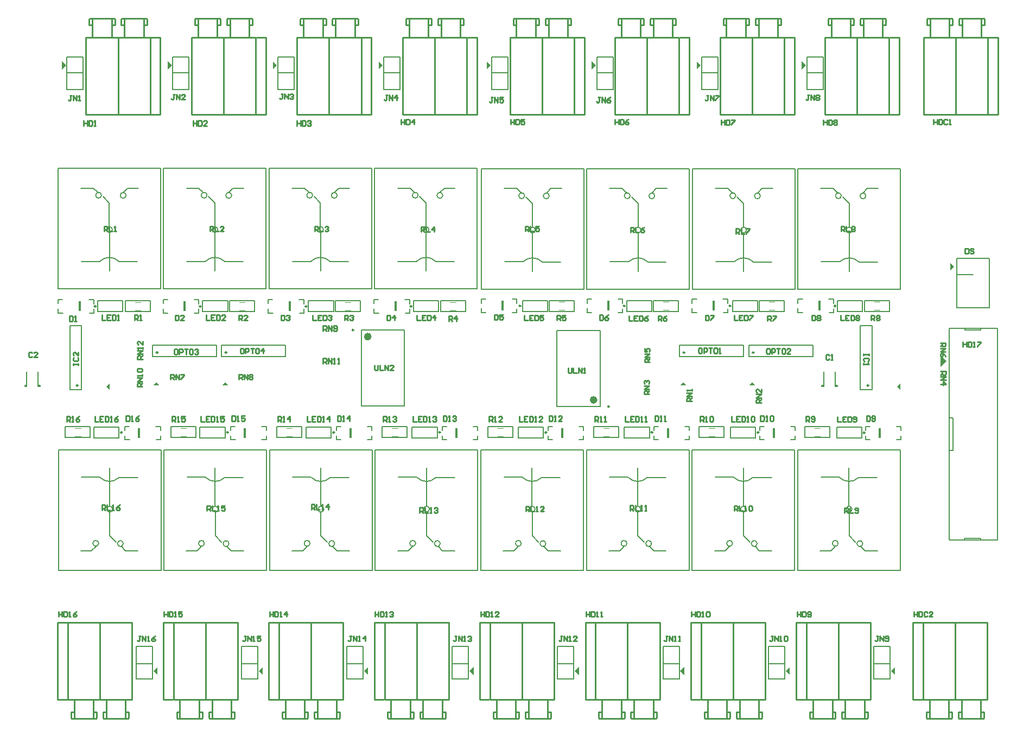
<source format=gto>
G04 Layer_Color=65535*
%FSTAX24Y24*%
%MOIN*%
G70*
G01*
G75*
%ADD40C,0.0100*%
%ADD41C,0.0098*%
%ADD42C,0.0236*%
%ADD43C,0.0070*%
%ADD44C,0.0079*%
%ADD45C,0.0050*%
%ADD46C,0.0040*%
%ADD47R,0.0150X0.0600*%
G36*
X05222Y07672D02*
X05202Y07692D01*
X05222Y07712D01*
Y07672D01*
D02*
G37*
G36*
X10045Y05918D02*
X1002Y05943D01*
X10045Y05968D01*
Y05918D01*
D02*
G37*
G36*
X093979D02*
X093729Y05943D01*
X093979Y05968D01*
Y05918D01*
D02*
G37*
G36*
X05527Y07699D02*
X05487D01*
X05507Y07719D01*
X05527Y07699D01*
D02*
G37*
G36*
X08763Y07699D02*
X08723Y07699D01*
X08743Y07719D01*
X08763Y07699D01*
D02*
G37*
G36*
X10078Y07672D02*
X10058Y07692D01*
X10078Y07712D01*
Y07672D01*
D02*
G37*
G36*
X068093Y05918D02*
X067843Y05943D01*
X068093Y05968D01*
Y05918D01*
D02*
G37*
G36*
X061621D02*
X061371Y05943D01*
X061621Y05968D01*
Y05918D01*
D02*
G37*
G36*
X05515D02*
X0549Y05943D01*
X05515Y05968D01*
Y05918D01*
D02*
G37*
G36*
X087507D02*
X087257Y05943D01*
X087507Y05968D01*
Y05918D01*
D02*
G37*
G36*
X081036D02*
X080786Y05943D01*
X081036Y05968D01*
Y05918D01*
D02*
G37*
G36*
X074564D02*
X074314Y05943D01*
X074564Y05968D01*
Y05918D01*
D02*
G37*
G36*
X07562Y09663D02*
X07537Y09638D01*
X07537Y09688D01*
X07562Y09663D01*
D02*
G37*
G36*
X06898D02*
X06873Y09638D01*
Y09688D01*
X06898Y09663D01*
D02*
G37*
G36*
X06248D02*
X06223Y09638D01*
Y09688D01*
X06248Y09663D01*
D02*
G37*
G36*
X09497Y09663D02*
X09472Y09638D01*
Y09688D01*
X09497Y09663D01*
D02*
G37*
G36*
X08852Y09663D02*
X08827Y09638D01*
Y09688D01*
X08852Y09663D01*
D02*
G37*
G36*
X08207D02*
X08182Y09638D01*
Y09688D01*
X08207Y09663D01*
D02*
G37*
G36*
X1036Y07847D02*
X10325Y07812D01*
Y07882D01*
X1036Y07847D01*
D02*
G37*
G36*
X09189Y07699D02*
X09149Y07699D01*
X09169Y07719D01*
X09189Y07699D01*
D02*
G37*
G36*
X0595Y07699D02*
X0591D01*
X0593Y07719D01*
X0595Y07699D01*
D02*
G37*
G36*
X05603Y09663D02*
X05578Y09638D01*
Y09688D01*
X05603Y09663D01*
D02*
G37*
G36*
X04953D02*
X04928Y09638D01*
Y09688D01*
X04953Y09663D01*
D02*
G37*
G36*
X10409Y08426D02*
X10384Y08401D01*
Y08451D01*
X10409Y08426D01*
D02*
G37*
D40*
X0986Y07407D02*
G03*
X0986Y07407I-00005J0D01*
G01*
X092083Y074086D02*
G03*
X092083Y074086I-00005J0D01*
G01*
X085566D02*
G03*
X085566Y074086I-00005J0D01*
G01*
X079049D02*
G03*
X079049Y074086I-00005J0D01*
G01*
X072531D02*
G03*
X072531Y074086I-00005J0D01*
G01*
X066014D02*
G03*
X066014Y074086I-00005J0D01*
G01*
X059497D02*
G03*
X059497Y074086I-00005J0D01*
G01*
X05298D02*
G03*
X05298Y074086I-00005J0D01*
G01*
X05137Y08183D02*
G03*
X05137Y08183I-00005J0D01*
G01*
X05782Y08183D02*
G03*
X05782Y08183I-00005J0D01*
G01*
X06432D02*
G03*
X06432Y08183I-00005J0D01*
G01*
X07077Y08183D02*
G03*
X07077Y08183I-00005J0D01*
G01*
X09681Y081855D02*
G03*
X09681Y081855I-00005J0D01*
G01*
X07746D02*
G03*
X07746Y081855I-00005J0D01*
G01*
X08386Y081855D02*
G03*
X08386Y081855I-00005J0D01*
G01*
X09036Y081855D02*
G03*
X09036Y081855I-00005J0D01*
G01*
X102203Y09361D02*
X104171D01*
Y098297D01*
Y09361D02*
X10677D01*
X104171D02*
Y098347D01*
X102203Y09361D02*
Y098347D01*
X104171D01*
X103778D02*
Y099516D01*
X102597D02*
X103778D01*
X102597Y098347D02*
Y099516D01*
X1024Y099122D02*
X102597D01*
X103817D02*
X103975D01*
X1024D02*
Y099476D01*
X102439Y099516D01*
X102597D01*
X103975Y099122D02*
Y099476D01*
X102597Y099516D02*
X103935D01*
X103975Y099476D01*
X105904Y099516D02*
X105943Y099476D01*
X104565Y099516D02*
X105904D01*
X105943Y099122D02*
Y099476D01*
X104408Y099516D02*
X104565D01*
X104368Y099476D02*
X104408Y099516D01*
X104368Y099122D02*
Y099476D01*
X105786Y099122D02*
X105943D01*
X104368D02*
X104565D01*
X106757Y098347D02*
X10677Y098334D01*
Y09361D02*
Y098334D01*
X104565Y098347D02*
Y099516D01*
X105746D01*
Y098347D02*
Y099516D01*
X10619Y098347D02*
X106757D01*
X104171D02*
X10614D01*
Y09361D02*
Y098297D01*
X096988Y06241D02*
X098957D01*
X096988Y057723D02*
Y06241D01*
X09439D02*
X096988D01*
Y057673D02*
Y06241D01*
X098957Y057673D02*
Y06241D01*
X096988Y057673D02*
X098957D01*
X097382Y056504D02*
Y057673D01*
Y056504D02*
X098563Y056505D01*
Y057673D01*
Y056898D02*
X09876D01*
X097185Y056898D02*
X097343Y056898D01*
X09876Y056544D02*
Y056898D01*
X098721Y056504D02*
X09876Y056544D01*
X098563Y056505D02*
X098721Y056504D01*
X097185Y056544D02*
Y056898D01*
X097225Y056504D02*
X098563Y056505D01*
X097185Y056544D02*
X097225Y056504D01*
X095217Y056544D02*
X095256Y056505D01*
X096595D01*
X095217Y056544D02*
Y056898D01*
X096595Y056505D02*
X096752D01*
X096792Y056544D01*
Y056898D01*
X095217D02*
X095374D01*
X096595D02*
X096792D01*
X09439Y057686D02*
X094403Y057673D01*
X09439Y057686D02*
Y06241D01*
X096595Y056505D02*
Y057673D01*
X095414Y056504D02*
X096595Y056505D01*
X095414Y056504D02*
Y057673D01*
X094403D02*
X09497D01*
X09502D02*
X096988D01*
X09502Y057723D02*
Y06241D01*
X090507D02*
X092476D01*
X090507Y057723D02*
Y06241D01*
X087909D02*
X090507D01*
Y057673D02*
Y06241D01*
X092476Y057673D02*
Y06241D01*
X090507Y057673D02*
X092476D01*
X090901Y056504D02*
Y057673D01*
Y056504D02*
X092082Y056505D01*
Y057673D01*
Y056898D02*
X092279D01*
X090704Y056898D02*
X090861Y056898D01*
X092279Y056544D02*
Y056898D01*
X092239Y056504D02*
X092279Y056544D01*
X092082Y056505D02*
X092239Y056504D01*
X090704Y056544D02*
Y056898D01*
X090743Y056504D02*
X092082Y056505D01*
X090704Y056544D02*
X090743Y056504D01*
X088735Y056544D02*
X088775Y056505D01*
X090113D01*
X088735Y056544D02*
Y056898D01*
X090113Y056505D02*
X090271D01*
X09031Y056544D01*
Y056898D01*
X088735D02*
X088893D01*
X090113D02*
X09031D01*
X087909Y057686D02*
X087921Y057673D01*
X087909Y057686D02*
Y06241D01*
X090113Y056505D02*
Y057673D01*
X088932Y056504D02*
X090113Y056505D01*
X088932Y056504D02*
Y057673D01*
X087921D02*
X088489D01*
X088539D02*
X090507D01*
X088539Y057723D02*
Y06241D01*
X084026D02*
X085994D01*
X084026Y057723D02*
Y06241D01*
X081427D02*
X084026D01*
Y057673D02*
Y06241D01*
X085994Y057673D02*
Y06241D01*
X084026Y057673D02*
X085994D01*
X084419Y056504D02*
Y057673D01*
Y056504D02*
X0856Y056505D01*
Y057673D01*
Y056898D02*
X085797D01*
X084222Y056898D02*
X08438Y056898D01*
X085797Y056544D02*
Y056898D01*
X085758Y056504D02*
X085797Y056544D01*
X0856Y056505D02*
X085758Y056504D01*
X084222Y056544D02*
Y056898D01*
X084262Y056504D02*
X0856Y056505D01*
X084222Y056544D02*
X084262Y056504D01*
X082254Y056544D02*
X082293Y056505D01*
X083632D01*
X082254Y056898D02*
X082254Y056544D01*
X083632Y056505D02*
X083789D01*
X083829Y056544D01*
Y056898D01*
X082254D02*
X082411D01*
X083632D02*
X083829D01*
X081427Y057686D02*
X08144Y057673D01*
X081427Y057686D02*
Y06241D01*
X083632Y056505D02*
Y057673D01*
X082451Y056504D02*
X083632Y056505D01*
X082451Y056504D02*
Y057673D01*
X08144D02*
X082007D01*
X082057D02*
X084026D01*
X082057Y057723D02*
Y06241D01*
X077544D02*
X079513D01*
X077544Y057723D02*
Y06241D01*
X074946D02*
X077544D01*
Y057673D02*
Y06241D01*
X079513Y057673D02*
Y06241D01*
X077544Y057673D02*
X079513D01*
X077938Y056504D02*
Y057673D01*
Y056504D02*
X079119Y056505D01*
Y057673D01*
Y056898D02*
X079316D01*
X077741Y056898D02*
X077899Y056898D01*
X079316Y056544D02*
Y056898D01*
X079276Y056504D02*
X079316Y056544D01*
X079119Y056505D02*
X079276Y056504D01*
X077741Y056544D02*
Y056898D01*
X07778Y056504D02*
X079119Y056505D01*
X077741Y056544D02*
X07778Y056504D01*
X075773Y056544D02*
X075812Y056505D01*
X077151D01*
X075773Y056544D02*
Y056898D01*
X077151Y056505D02*
X077308D01*
X077347Y056544D01*
Y056898D01*
X075773D02*
X07593D01*
X077151D02*
X077347D01*
X074946Y057686D02*
X074958Y057673D01*
X074946Y057686D02*
Y06241D01*
X077151Y056505D02*
Y057673D01*
X075969Y056504D02*
X077151Y056505D01*
X075969Y056504D02*
Y057673D01*
X074958D02*
X075526D01*
X075576D02*
X077544D01*
X075576Y057723D02*
Y06241D01*
X071063D02*
X073031D01*
X071063Y057723D02*
Y06241D01*
X068464D02*
X071063D01*
Y057673D02*
Y06241D01*
X073031Y057673D02*
Y06241D01*
X071063Y057673D02*
X073031D01*
X071456Y056504D02*
Y057673D01*
Y056504D02*
X072638Y056505D01*
Y057673D01*
Y056898D02*
X072834D01*
X07126Y056898D02*
X071417Y056898D01*
X072834Y056544D02*
Y056898D01*
X072795Y056504D02*
X072834Y056544D01*
X072638Y056505D02*
X072795Y056504D01*
X07126Y056544D02*
Y056898D01*
X071299Y056504D02*
X072638Y056505D01*
X07126Y056544D02*
X071299Y056504D01*
X069291Y056544D02*
X069331Y056505D01*
X070669D01*
X069291Y056544D02*
Y056898D01*
X070669Y056505D02*
X070827D01*
X070866Y056544D01*
Y056898D01*
X069291D02*
X069449D01*
X070669D02*
X070866D01*
X068464Y057686D02*
X068477Y057673D01*
X068464Y057686D02*
Y06241D01*
X070669Y056505D02*
Y057673D01*
X069488Y056504D02*
X070669Y056505D01*
X069488Y056504D02*
Y057673D01*
X068477D02*
X069044D01*
X069094D02*
X071063D01*
X069094Y057723D02*
Y06241D01*
X064581D02*
X06655D01*
X064581Y057723D02*
Y06241D01*
X061983D02*
X064581D01*
Y057673D02*
Y06241D01*
X06655Y057673D02*
Y06241D01*
X064581Y057673D02*
X06655D01*
X064975Y056504D02*
Y057673D01*
Y056504D02*
X066156Y056505D01*
Y057673D01*
Y056898D02*
X066353D01*
X064778Y056898D02*
X064936Y056898D01*
X066353Y056544D02*
Y056898D01*
X066314Y056504D02*
X066353Y056544D01*
X066156Y056505D02*
X066314Y056504D01*
X064778Y056544D02*
Y056898D01*
X064818Y056504D02*
X066156Y056505D01*
X064778Y056544D02*
X064818Y056504D01*
X06281Y056544D02*
X062849Y056505D01*
X064188D01*
X06281Y056544D02*
Y056898D01*
X064188Y056505D02*
X064345D01*
X064385Y056544D01*
Y056898D01*
X06281D02*
X062967D01*
X064188D02*
X064385D01*
X061983Y057686D02*
X061996Y057673D01*
X061983Y057686D02*
Y06241D01*
X064188Y056505D02*
Y057673D01*
X063007Y056504D02*
X064188Y056505D01*
X063007Y056504D02*
Y057673D01*
X061996D02*
X062563D01*
X062613D02*
X064581D01*
X062613Y057723D02*
Y06241D01*
X0581D02*
X060068D01*
X0581Y057723D02*
Y06241D01*
X055501D02*
X0581D01*
Y057673D02*
Y06241D01*
X060068Y057673D02*
Y06241D01*
X0581Y057673D02*
X060068D01*
X058494Y056504D02*
Y057673D01*
Y056504D02*
X059675Y056505D01*
Y057673D01*
Y056898D02*
X059872D01*
X058297Y056898D02*
X058454Y056898D01*
X059872Y056544D02*
Y056898D01*
X059832Y056504D02*
X059872Y056544D01*
X059675Y056505D02*
X059832Y056504D01*
X058297Y056544D02*
Y056898D01*
X058336Y056504D02*
X059675Y056505D01*
X058297Y056544D02*
X058336Y056504D01*
X056328Y056544D02*
X056368Y056505D01*
X057706D01*
X056328Y056544D02*
Y056898D01*
X057706Y056505D02*
X057864D01*
X057903Y056544D01*
Y056898D01*
X056328D02*
X056486D01*
X057706D02*
X057903D01*
X055501Y057686D02*
X055514Y057673D01*
X055501Y057686D02*
Y06241D01*
X057706Y056505D02*
Y057673D01*
X056525Y056504D02*
X057706Y056505D01*
X056525Y056504D02*
Y057673D01*
X055514D02*
X056081D01*
X056131D02*
X0581D01*
X056131Y057723D02*
Y06241D01*
X104149D02*
X106117D01*
X104149Y057723D02*
Y06241D01*
X10155D02*
X104149D01*
Y057673D02*
Y06241D01*
X106117Y057673D02*
Y06241D01*
X104149Y057673D02*
X106117D01*
X104542Y056504D02*
Y057673D01*
Y056504D02*
X105723Y056505D01*
Y057673D01*
Y056898D02*
X10592D01*
X104345Y056898D02*
X104503Y056898D01*
X10592Y056544D02*
Y056898D01*
X105881Y056504D02*
X10592Y056544D01*
X105723Y056505D02*
X105881Y056504D01*
X104345Y056544D02*
Y056898D01*
X104385Y056504D02*
X105723Y056505D01*
X104345Y056544D02*
X104385Y056504D01*
X102377Y056544D02*
X102416Y056505D01*
X103755D01*
X102377Y056898D02*
X102377Y056544D01*
X103755Y056505D02*
X103912D01*
X103952Y056544D01*
Y056898D01*
X102377D02*
X102534D01*
X103755D02*
X103952D01*
X10155Y057686D02*
X101563Y057673D01*
X10155Y057686D02*
Y06241D01*
X103755Y056505D02*
Y057673D01*
X102574Y056504D02*
X103755Y056505D01*
X102574Y056504D02*
Y057673D01*
X101563D02*
X10213D01*
X10218D02*
X104149D01*
X10218Y057723D02*
Y06241D01*
X051618D02*
X053587D01*
X051618Y057723D02*
Y06241D01*
X04902D02*
X051618D01*
Y057673D02*
Y06241D01*
X053587Y057673D02*
Y06241D01*
X051618Y057673D02*
X053587D01*
X052012Y056504D02*
Y057673D01*
Y056504D02*
X053193Y056505D01*
Y057673D01*
Y056898D02*
X05339D01*
X051815Y056898D02*
X051973Y056898D01*
X05339Y056544D02*
Y056898D01*
X053351Y056504D02*
X05339Y056544D01*
X053193Y056505D02*
X053351Y056504D01*
X051815Y056544D02*
Y056898D01*
X051855Y056504D02*
X053193Y056505D01*
X051815Y056544D02*
X051855Y056504D01*
X049847Y056544D02*
X049886Y056505D01*
X051225D01*
X049847Y056898D02*
X049847Y056544D01*
X051225Y056505D02*
X051382D01*
X051422Y056544D01*
Y056898D01*
X049847D02*
X050004D01*
X051225D02*
X051422D01*
X04902Y057686D02*
X049033Y057673D01*
X04902Y057686D02*
Y06241D01*
X051225Y056505D02*
Y057673D01*
X050044Y056504D02*
X051225Y056505D01*
X050044Y056504D02*
Y057673D01*
X049033D02*
X0496D01*
X04965D02*
X051618D01*
X04965Y057723D02*
Y06241D01*
X054695Y09361D02*
Y098297D01*
X052727Y098347D02*
X054695D01*
X054745D02*
X055312D01*
X054301D02*
Y099516D01*
X05312D02*
X054301D01*
X05312Y098347D02*
Y099516D01*
X055325Y09361D02*
Y098334D01*
X055312Y098347D02*
X055325Y098334D01*
X052923Y099122D02*
X05312D01*
X054341D02*
X054498D01*
X052923D02*
Y099476D01*
X052963Y099516D01*
X05312D01*
X054498Y099476D02*
X054498Y099122D01*
X05312Y099516D02*
X054459D01*
X054498Y099476D01*
X05249Y099516D02*
X05253Y099476D01*
X051152Y099516D02*
X05249D01*
X05253Y099122D02*
Y099476D01*
X050994Y099516D02*
X051152D01*
X050955Y099476D02*
X050994Y099516D01*
X050955Y099122D02*
Y099476D01*
X052372Y099122D02*
X05253D01*
X050955D02*
X051152D01*
Y098347D02*
Y099516D01*
X052333D01*
Y098347D02*
Y099516D01*
X050758Y098347D02*
X052727D01*
X050758Y09361D02*
Y098347D01*
X052727Y09361D02*
Y098347D01*
Y09361D02*
X055325D01*
X052727D02*
Y098297D01*
X050758Y09361D02*
X052727D01*
X061178D02*
Y098297D01*
X05921Y098347D02*
X061178D01*
X061228D02*
X061796D01*
X060785D02*
Y099516D01*
X059604D02*
X060785D01*
X059604Y098347D02*
Y099516D01*
X061808Y09361D02*
Y098334D01*
X061796Y098347D02*
X061808Y098334D01*
X059407Y099122D02*
X059604D01*
X060824D02*
X060982D01*
X059407D02*
Y099476D01*
X059446Y099516D01*
X059604D01*
X060982Y099122D02*
Y099476D01*
X059604Y099516D02*
X060942D01*
X060982Y099476D01*
X058974Y099516D02*
X059013Y099476D01*
X057635Y099516D02*
X058974D01*
X059013Y099122D02*
Y099476D01*
X057478Y099516D02*
X057635D01*
X057438Y099476D02*
X057478Y099516D01*
X057438Y099122D02*
Y099476D01*
X058856Y099122D02*
X059013D01*
X057438D02*
X057635D01*
Y098347D02*
Y099516D01*
X058816D01*
Y098347D02*
Y099516D01*
X057241Y098347D02*
X05921D01*
X057241Y09361D02*
Y098347D01*
X05921Y09361D02*
Y098347D01*
Y09361D02*
X061808D01*
X05921D02*
Y098297D01*
X057241Y09361D02*
X05921D01*
X067662D02*
Y098297D01*
X065693Y098347D02*
X067662D01*
X067712D02*
X068279D01*
X067268D02*
Y099516D01*
X066087D02*
X067268D01*
X066087Y098347D02*
Y099516D01*
X068292Y09361D02*
Y098334D01*
X068279Y098347D02*
X068292Y098334D01*
X06589Y099122D02*
X066087D01*
X067307D02*
X067465D01*
X06589D02*
Y099476D01*
X065929Y099516D01*
X066087D01*
X067465Y099122D02*
Y099476D01*
X066087Y099516D02*
X067426D01*
X067465Y099476D01*
X065457Y099516D02*
X065496Y099476D01*
X064118Y099516D02*
X065457D01*
X065496Y099122D02*
Y099476D01*
X063961Y099516D02*
X064118D01*
X063922Y099476D02*
X063961Y099516D01*
X063922Y099122D02*
Y099476D01*
X065339Y099122D02*
X065496D01*
X063922D02*
X064118D01*
Y098347D02*
Y099516D01*
X0653D01*
Y098347D02*
Y099516D01*
X063725Y098347D02*
X065693D01*
X063725Y09361D02*
Y098347D01*
X065693Y09361D02*
Y098347D01*
Y09361D02*
X068292D01*
X065693D02*
Y098297D01*
X063725Y09361D02*
X065693D01*
X074145D02*
Y098297D01*
X072177Y098347D02*
X074145D01*
X074195D02*
X074762D01*
X073751D02*
Y099516D01*
X07257D02*
X073751D01*
X07257Y098347D02*
Y099516D01*
X074775Y09361D02*
Y098334D01*
X074762Y098347D02*
X074775Y098334D01*
X072373Y099122D02*
X07257D01*
X073791D02*
X073948D01*
X072373D02*
Y099476D01*
X072413Y099516D01*
X07257D01*
X073948Y099122D02*
Y099476D01*
X07257Y099516D02*
X073909D01*
X073948Y099476D01*
X07194Y099516D02*
X07198Y099476D01*
X070602Y099516D02*
X07194D01*
X07198Y099122D02*
Y099476D01*
X070444Y099516D02*
X070602D01*
X070405Y099476D02*
X070444Y099516D01*
X070405Y099122D02*
Y099476D01*
X071822Y099122D02*
X07198D01*
X070405D02*
X070602D01*
Y098347D02*
Y099516D01*
X071783D01*
Y098347D02*
Y099516D01*
X070208Y098347D02*
X072177D01*
X070208Y09361D02*
Y098347D01*
X072177Y09361D02*
Y098347D01*
Y09361D02*
X074775D01*
X072177D02*
Y098297D01*
X070208Y09361D02*
X072177D01*
X080735D02*
Y098297D01*
X078767Y098347D02*
X080735D01*
X080785D02*
X081352D01*
X080341D02*
Y099516D01*
X07916D02*
X080341D01*
X07916Y098347D02*
Y099516D01*
X081365Y09361D02*
Y098334D01*
X081352Y098347D02*
X081365Y098334D01*
X078963Y099122D02*
X07916D01*
X080381D02*
X080538D01*
X078963D02*
Y099476D01*
X079003Y099516D01*
X07916D01*
X080538Y099122D02*
Y099476D01*
X07916Y099516D02*
X080499D01*
X080538Y099476D01*
X07853Y099516D02*
X07857Y099476D01*
X077192Y099516D02*
X07853D01*
X07857Y099122D02*
Y099476D01*
X077034Y099516D02*
X077192D01*
X076995Y099476D02*
X077034Y099516D01*
X076995Y099122D02*
Y099476D01*
X078412Y099122D02*
X07857D01*
X076995D02*
X077192D01*
Y098347D02*
Y099516D01*
X078373D01*
Y098347D02*
Y099516D01*
X076798Y098347D02*
X078767D01*
X076798Y09361D02*
Y098347D01*
X078767Y09361D02*
Y098347D01*
Y09361D02*
X081365D01*
X078767D02*
Y098297D01*
X076798Y09361D02*
X078767D01*
X093635D02*
Y098297D01*
X091667Y098347D02*
X093635D01*
X093685D02*
X094252D01*
X093241D02*
Y099516D01*
X09206D02*
X093241D01*
X09206Y098347D02*
Y099516D01*
X094265Y09361D02*
Y098334D01*
X094252Y098347D02*
X094265Y098334D01*
X091863Y099122D02*
X09206D01*
X093281D02*
X093438D01*
X091863D02*
Y099476D01*
X091903Y099516D01*
X09206D01*
X093438Y099122D02*
Y099476D01*
X09206Y099516D02*
X093399D01*
X093438Y099476D01*
X09143Y099516D02*
X09147Y099476D01*
X090092Y099516D02*
X09143D01*
X09147Y099122D02*
Y099476D01*
X089934Y099516D02*
X090092D01*
X089895Y099476D02*
X089934Y099516D01*
X089895Y099122D02*
Y099476D01*
X091312Y099122D02*
X09147D01*
X089895D02*
X090092D01*
Y098347D02*
Y099516D01*
X091273D01*
Y098347D02*
Y099516D01*
X089698Y098347D02*
X091667D01*
X089698Y09361D02*
Y098347D01*
X091667Y09361D02*
Y098347D01*
Y09361D02*
X094265D01*
X091667D02*
Y098297D01*
X089698Y09361D02*
X091667D01*
X100085D02*
Y098297D01*
X098117Y098347D02*
X100085D01*
X100135D02*
X100702D01*
X099691D02*
Y099516D01*
X09851D02*
X099691D01*
X09851Y098347D02*
Y099516D01*
X100715Y09361D02*
Y098334D01*
X100702Y098347D02*
X100715Y098334D01*
X098313Y099122D02*
X09851D01*
X099731D02*
X099888D01*
X098313D02*
Y099476D01*
X098353Y099516D01*
X09851D01*
X099888Y099122D02*
Y099476D01*
X09851Y099516D02*
X099849D01*
X099888Y099476D01*
X09788Y099516D02*
X09792Y099476D01*
X096542Y099516D02*
X09788D01*
X09792Y099122D02*
Y099476D01*
X096384Y099516D02*
X096542D01*
X096345Y099476D02*
X096384Y099516D01*
X096345Y099122D02*
Y099476D01*
X097762Y099122D02*
X09792D01*
X096345D02*
X096542D01*
Y098347D02*
Y099516D01*
X097723D01*
Y098347D02*
Y099516D01*
X096148Y098347D02*
X098117D01*
X096148Y09361D02*
Y098347D01*
X098117Y09361D02*
Y098347D01*
Y09361D02*
X100715D01*
X098117D02*
Y098297D01*
X096148Y09361D02*
X098117D01*
X087185D02*
Y098297D01*
X085217Y098347D02*
X087185D01*
X087235D02*
X087802D01*
X086791D02*
Y099516D01*
X08561D02*
X086791D01*
X08561Y098347D02*
Y099516D01*
X087815Y09361D02*
Y098334D01*
X087802Y098347D02*
X087815Y098334D01*
X085413Y099122D02*
X08561D01*
X086831D02*
X086988D01*
X085413D02*
Y099476D01*
X085453Y099516D01*
X08561D01*
X086988Y099122D02*
Y099476D01*
X08561Y099516D02*
X086949D01*
X086988Y099476D01*
X08498Y099516D02*
X08502Y099476D01*
X083642Y099516D02*
X08498D01*
X08502Y099122D02*
Y099476D01*
X083484Y099516D02*
X083642D01*
X083445Y099476D02*
X083484Y099516D01*
X083445Y099122D02*
Y099476D01*
X084862Y099122D02*
X08502D01*
X083445D02*
X083642D01*
Y098347D02*
Y099516D01*
X084823D01*
Y098347D02*
Y099516D01*
X083248Y098347D02*
X085217D01*
X083248Y09361D02*
Y098347D01*
X085217Y09361D02*
Y098347D01*
Y09361D02*
X087815D01*
X085217D02*
Y098297D01*
X083248Y09361D02*
X085217D01*
X10475Y085385D02*
Y08507D01*
X104907D01*
X10496Y085122D01*
Y085332D01*
X104907Y085385D01*
X10475D01*
X105275Y085332D02*
X105222Y085385D01*
X105117D01*
X105065Y085332D01*
Y08528D01*
X105117Y085227D01*
X105222D01*
X105275Y085175D01*
Y085122D01*
X105222Y08507D01*
X105117D01*
X105065Y085122D01*
X10462Y079655D02*
Y07934D01*
Y079497D01*
X10483D01*
Y079655D01*
Y07934D01*
X104935Y079655D02*
Y07934D01*
X105092D01*
X105145Y079392D01*
Y079602D01*
X105092Y079655D01*
X104935D01*
X10525Y07934D02*
X105355D01*
X105302D01*
Y079655D01*
X10525Y079602D01*
X105512Y079655D02*
X105722D01*
Y079602D01*
X105512Y079392D01*
Y07934D01*
X09898Y08096D02*
Y081275D01*
X099137D01*
X09919Y081222D01*
Y081117D01*
X099137Y081065D01*
X09898D01*
X099085D02*
X09919Y08096D01*
X099295Y081222D02*
X099347Y081275D01*
X099452D01*
X099505Y081222D01*
Y08117D01*
X099452Y081117D01*
X099505Y081065D01*
Y081012D01*
X099452Y08096D01*
X099347D01*
X099295Y081012D01*
Y081065D01*
X099347Y081117D01*
X099295Y08117D01*
Y081222D01*
X099347Y081117D02*
X099452D01*
X09262Y08093D02*
Y081245D01*
X092777D01*
X09283Y081192D01*
Y081087D01*
X092777Y081035D01*
X09262D01*
X092725D02*
X09283Y08093D01*
X092935Y081245D02*
X093145D01*
Y081192D01*
X092935Y080982D01*
Y08093D01*
X0859Y08094D02*
Y081255D01*
X086057D01*
X08611Y081202D01*
Y081097D01*
X086057Y081045D01*
X0859D01*
X086005D02*
X08611Y08094D01*
X086425Y081255D02*
X08632Y081202D01*
X086215Y081097D01*
Y080992D01*
X086267Y08094D01*
X086372D01*
X086425Y080992D01*
Y081045D01*
X086372Y081097D01*
X086215D01*
X07969Y08096D02*
Y081275D01*
X079847D01*
X0799Y081222D01*
Y081117D01*
X079847Y081065D01*
X07969D01*
X079795D02*
X0799Y08096D01*
X080215Y081275D02*
X080005D01*
Y081117D01*
X08011Y08117D01*
X080162D01*
X080215Y081117D01*
Y081012D01*
X080162Y08096D01*
X080057D01*
X080005Y081012D01*
X07304Y080925D02*
Y08124D01*
X073197D01*
X07325Y081187D01*
Y081082D01*
X073197Y08103D01*
X07304D01*
X073145D02*
X07325Y080925D01*
X073512D02*
Y08124D01*
X073355Y081082D01*
X073565D01*
X06664Y080975D02*
Y08129D01*
X066797D01*
X06685Y081237D01*
Y081132D01*
X066797Y08108D01*
X06664D01*
X066745D02*
X06685Y080975D01*
X066955Y081237D02*
X067007Y08129D01*
X067112D01*
X067165Y081237D01*
Y081185D01*
X067112Y081132D01*
X06706D01*
X067112D01*
X067165Y08108D01*
Y081027D01*
X067112Y080975D01*
X067007D01*
X066955Y081027D01*
X06014Y080975D02*
Y08129D01*
X060297D01*
X06035Y081237D01*
Y081132D01*
X060297Y08108D01*
X06014D01*
X060245D02*
X06035Y080975D01*
X060665D02*
X060455D01*
X060665Y081185D01*
Y081237D01*
X060612Y08129D01*
X060507D01*
X060455Y081237D01*
X05374Y08098D02*
Y081295D01*
X053897D01*
X05395Y081242D01*
Y081137D01*
X053897Y081085D01*
X05374D01*
X053845D02*
X05395Y08098D01*
X054055D02*
X05416D01*
X054107D01*
Y081295D01*
X054055Y081242D01*
X0971Y081275D02*
Y08096D01*
X09731D01*
X097625Y081275D02*
X097415D01*
Y08096D01*
X097625D01*
X097415Y081117D02*
X09752D01*
X09773Y081275D02*
Y08096D01*
X097887D01*
X09794Y081012D01*
Y081222D01*
X097887Y081275D01*
X09773D01*
X098045Y081222D02*
X098097Y081275D01*
X098202D01*
X098254Y081222D01*
Y08117D01*
X098202Y081117D01*
X098254Y081065D01*
Y081012D01*
X098202Y08096D01*
X098097D01*
X098045Y081012D01*
Y081065D01*
X098097Y081117D01*
X098045Y08117D01*
Y081222D01*
X098097Y081117D02*
X098202D01*
X09056Y081285D02*
Y08097D01*
X09077D01*
X091085Y081285D02*
X090875D01*
Y08097D01*
X091085D01*
X090875Y081127D02*
X09098D01*
X09119Y081285D02*
Y08097D01*
X091347D01*
X0914Y081022D01*
Y081232D01*
X091347Y081285D01*
X09119D01*
X091505D02*
X091714D01*
Y081232D01*
X091505Y081022D01*
Y08097D01*
X08411Y081255D02*
Y08094D01*
X08432D01*
X084635Y081255D02*
X084425D01*
Y08094D01*
X084635D01*
X084425Y081097D02*
X08453D01*
X08474Y081255D02*
Y08094D01*
X084897D01*
X08495Y080992D01*
Y081202D01*
X084897Y081255D01*
X08474D01*
X085264D02*
X08516Y081202D01*
X085055Y081097D01*
Y080992D01*
X085107Y08094D01*
X085212D01*
X085264Y080992D01*
Y081045D01*
X085212Y081097D01*
X085055D01*
X07769Y081275D02*
Y08096D01*
X0779D01*
X078215Y081275D02*
X078005D01*
Y08096D01*
X078215D01*
X078005Y081117D02*
X07811D01*
X07832Y081275D02*
Y08096D01*
X078477D01*
X07853Y081012D01*
Y081222D01*
X078477Y081275D01*
X07832D01*
X078844D02*
X078635D01*
Y081117D01*
X07874Y08117D01*
X078792D01*
X078844Y081117D01*
Y081012D01*
X078792Y08096D01*
X078687D01*
X078635Y081012D01*
X07109Y08129D02*
Y080975D01*
X0713D01*
X071615Y08129D02*
X071405D01*
Y080975D01*
X071615D01*
X071405Y081132D02*
X07151D01*
X07172Y08129D02*
Y080975D01*
X071877D01*
X07193Y081027D01*
Y081237D01*
X071877Y08129D01*
X07172D01*
X072192Y080975D02*
Y08129D01*
X072035Y081132D01*
X072244D01*
X06469Y08129D02*
Y080975D01*
X0649D01*
X065215Y08129D02*
X065005D01*
Y080975D01*
X065215D01*
X065005Y081132D02*
X06511D01*
X06532Y08129D02*
Y080975D01*
X065477D01*
X06553Y081027D01*
Y081237D01*
X065477Y08129D01*
X06532D01*
X065635Y081237D02*
X065687Y08129D01*
X065792D01*
X065844Y081237D01*
Y081185D01*
X065792Y081132D01*
X06574D01*
X065792D01*
X065844Y08108D01*
Y081027D01*
X065792Y080975D01*
X065687D01*
X065635Y081027D01*
X05814Y081295D02*
Y08098D01*
X05835D01*
X058665Y081295D02*
X058455D01*
Y08098D01*
X058665D01*
X058455Y081137D02*
X05856D01*
X05877Y081295D02*
Y08098D01*
X058927D01*
X05898Y081032D01*
Y081242D01*
X058927Y081295D01*
X05877D01*
X059294Y08098D02*
X059085D01*
X059294Y08119D01*
Y081242D01*
X059242Y081295D01*
X059137D01*
X059085Y081242D01*
X05174Y081295D02*
Y08098D01*
X05195D01*
X052265Y081295D02*
X052055D01*
Y08098D01*
X052265D01*
X052055Y081137D02*
X05216D01*
X05237Y081295D02*
Y08098D01*
X052527D01*
X05258Y081032D01*
Y081242D01*
X052527Y081295D01*
X05237D01*
X052685Y08098D02*
X05279D01*
X052737D01*
Y081295D01*
X052685Y081242D01*
X08037Y078045D02*
Y077782D01*
X080422Y07773D01*
X080527D01*
X08058Y077782D01*
Y078045D01*
X080685D02*
Y07773D01*
X080895D01*
X081D02*
Y078045D01*
X08121Y07773D01*
Y078045D01*
X081315Y07773D02*
X08142D01*
X081367D01*
Y078045D01*
X081315Y077992D01*
X103235Y07957D02*
X10355D01*
Y079413D01*
X103497Y07936D01*
X103392D01*
X10334Y079413D01*
Y07957D01*
Y079465D02*
X103235Y07936D01*
Y079255D02*
X10355D01*
X103235Y079045D01*
X10355D01*
Y07873D02*
X103497Y078835D01*
X103392Y07894D01*
X103287D01*
X103235Y078888D01*
Y078783D01*
X103287Y07873D01*
X10334D01*
X103392Y078783D01*
Y07894D01*
X103245Y07783D02*
X10356D01*
Y077673D01*
X103507Y07762D01*
X103402D01*
X10335Y077673D01*
Y07783D01*
Y077725D02*
X103245Y07762D01*
Y077515D02*
X10356D01*
X103245Y077305D01*
X10356D01*
X103245Y077043D02*
X10356D01*
X103402Y0772D01*
Y07699D01*
X08538Y0784D02*
X085065D01*
Y078557D01*
X085118Y07861D01*
X085223D01*
X085275Y078557D01*
Y0784D01*
Y078505D02*
X08538Y07861D01*
Y078715D02*
X085065D01*
X08538Y078925D01*
X085065D01*
Y07924D02*
Y07903D01*
X085223D01*
X08517Y079135D01*
Y079187D01*
X085223Y07924D01*
X085328D01*
X08538Y079187D01*
Y079082D01*
X085328Y07903D01*
X09223Y07591D02*
X091915D01*
Y076067D01*
X091968Y07612D01*
X092073D01*
X092125Y076067D01*
Y07591D01*
Y076015D02*
X09223Y07612D01*
Y076225D02*
X091915D01*
X09223Y076435D01*
X091915D01*
X09223Y07675D02*
Y07654D01*
X09202Y07675D01*
X091968D01*
X091915Y076697D01*
Y076592D01*
X091968Y07654D01*
X08535Y07643D02*
X085035D01*
Y076587D01*
X085088Y07664D01*
X085193D01*
X085245Y076587D01*
Y07643D01*
Y076535D02*
X08535Y07664D01*
Y076745D02*
X085035D01*
X08535Y076955D01*
X085035D01*
X085088Y07706D02*
X085035Y077112D01*
Y077217D01*
X085088Y07727D01*
X08514D01*
X085193Y077217D01*
Y077165D01*
Y077217D01*
X085245Y07727D01*
X085298D01*
X08535Y077217D01*
Y077112D01*
X085298Y07706D01*
X08796Y076D02*
X087645D01*
Y076157D01*
X087698Y07621D01*
X087803D01*
X087855Y076157D01*
Y076D01*
Y076105D02*
X08796Y07621D01*
Y076315D02*
X087645D01*
X08796Y076525D01*
X087645D01*
X08796Y07663D02*
Y076735D01*
Y076682D01*
X087645D01*
X087698Y07663D01*
X09714Y08643D02*
Y086745D01*
X097297D01*
X09735Y086692D01*
Y086587D01*
X097297Y086535D01*
X09714D01*
X097245D02*
X09735Y08643D01*
X097455Y086745D02*
Y08643D01*
X097665D01*
X09777Y086692D02*
X097822Y086745D01*
X097927D01*
X09798Y086692D01*
Y08664D01*
X097927Y086587D01*
X09798Y086535D01*
Y086482D01*
X097927Y08643D01*
X097822D01*
X09777Y086482D01*
Y086535D01*
X097822Y086587D01*
X09777Y08664D01*
Y086692D01*
X097822Y086587D02*
X097927D01*
X09068Y08628D02*
Y086595D01*
X090837D01*
X09089Y086542D01*
Y086437D01*
X090837Y086385D01*
X09068D01*
X090785D02*
X09089Y08628D01*
X090995Y086595D02*
Y08628D01*
X091205D01*
X09131Y086595D02*
X09152D01*
Y086542D01*
X09131Y086332D01*
Y08628D01*
X0842Y08637D02*
Y086685D01*
X084357D01*
X08441Y086632D01*
Y086527D01*
X084357Y086475D01*
X0842D01*
X084305D02*
X08441Y08637D01*
X084515Y086685D02*
Y08637D01*
X084725D01*
X08504Y086685D02*
X084935Y086632D01*
X08483Y086527D01*
Y086422D01*
X084882Y08637D01*
X084987D01*
X08504Y086422D01*
Y086475D01*
X084987Y086527D01*
X08483D01*
X07774Y08643D02*
Y086745D01*
X077897D01*
X07795Y086692D01*
Y086587D01*
X077897Y086535D01*
X07774D01*
X077845D02*
X07795Y08643D01*
X078055Y086745D02*
Y08643D01*
X078265D01*
X07858Y086745D02*
X07837D01*
Y086587D01*
X078475Y08664D01*
X078527D01*
X07858Y086587D01*
Y086482D01*
X078527Y08643D01*
X078422D01*
X07837Y086482D01*
X07134Y0864D02*
Y086715D01*
X071497D01*
X07155Y086662D01*
Y086557D01*
X071497Y086505D01*
X07134D01*
X071445D02*
X07155Y0864D01*
X071655Y086715D02*
Y0864D01*
X071865D01*
X072127D02*
Y086715D01*
X07197Y086557D01*
X07218D01*
X0648Y08643D02*
Y086745D01*
X064957D01*
X06501Y086692D01*
Y086587D01*
X064957Y086535D01*
X0648D01*
X064905D02*
X06501Y08643D01*
X065115Y086745D02*
Y08643D01*
X065325D01*
X06543Y086692D02*
X065482Y086745D01*
X065587D01*
X06564Y086692D01*
Y08664D01*
X065587Y086587D01*
X065535D01*
X065587D01*
X06564Y086535D01*
Y086482D01*
X065587Y08643D01*
X065482D01*
X06543Y086482D01*
X05837Y08643D02*
Y086745D01*
X058527D01*
X05858Y086692D01*
Y086587D01*
X058527Y086535D01*
X05837D01*
X058475D02*
X05858Y08643D01*
X058685Y086745D02*
Y08643D01*
X058895D01*
X05921D02*
X059D01*
X05921Y08664D01*
Y086692D01*
X059157Y086745D01*
X059052D01*
X059Y086692D01*
X05186Y08643D02*
Y086745D01*
X052017D01*
X05207Y086692D01*
Y086587D01*
X052017Y086535D01*
X05186D01*
X051965D02*
X05207Y08643D01*
X052175Y086745D02*
Y08643D01*
X052385D01*
X05249D02*
X052595D01*
X052542D01*
Y086745D01*
X05249Y086692D01*
X092707Y079235D02*
X092602D01*
X09255Y079182D01*
Y078972D01*
X092602Y07892D01*
X092707D01*
X09276Y078972D01*
Y079182D01*
X092707Y079235D01*
X092865Y07892D02*
Y079235D01*
X093022D01*
X093075Y079182D01*
Y079077D01*
X093022Y079025D01*
X092865D01*
X09318Y079235D02*
X09339D01*
X093285D01*
Y07892D01*
X093652Y079235D02*
X093547D01*
X093495Y079182D01*
Y078972D01*
X093547Y07892D01*
X093652D01*
X093704Y078972D01*
Y079182D01*
X093652Y079235D01*
X094019Y07892D02*
X093809D01*
X094019Y07913D01*
Y079182D01*
X093967Y079235D01*
X093862D01*
X093809Y079182D01*
X088537Y079265D02*
X088432D01*
X08838Y079212D01*
Y079002D01*
X088432Y07895D01*
X088537D01*
X08859Y079002D01*
Y079212D01*
X088537Y079265D01*
X088695Y07895D02*
Y079265D01*
X088852D01*
X088905Y079212D01*
Y079107D01*
X088852Y079055D01*
X088695D01*
X08901Y079265D02*
X08922D01*
X089115D01*
Y07895D01*
X089482Y079265D02*
X089377D01*
X089325Y079212D01*
Y079002D01*
X089377Y07895D01*
X089482D01*
X089534Y079002D01*
Y079212D01*
X089482Y079265D01*
X089639Y07895D02*
X089744D01*
X089692D01*
Y079265D01*
X089639Y079212D01*
X09517Y094815D02*
X095065D01*
X095117D01*
Y094552D01*
X095065Y0945D01*
X095012D01*
X09496Y094552D01*
X095275Y0945D02*
Y094815D01*
X095485Y0945D01*
Y094815D01*
X09559Y094762D02*
X095642Y094815D01*
X095747D01*
X0958Y094762D01*
Y09471D01*
X095747Y094657D01*
X0958Y094605D01*
Y094552D01*
X095747Y0945D01*
X095642D01*
X09559Y094552D01*
Y094605D01*
X095642Y094657D01*
X09559Y09471D01*
Y094762D01*
X095642Y094657D02*
X095747D01*
X08899Y094785D02*
X088885D01*
X088937D01*
Y094522D01*
X088885Y09447D01*
X088832D01*
X08878Y094522D01*
X089095Y09447D02*
Y094785D01*
X089305Y09447D01*
Y094785D01*
X08941D02*
X08962D01*
Y094732D01*
X08941Y094522D01*
Y09447D01*
X07574Y094665D02*
X075635D01*
X075687D01*
Y094402D01*
X075635Y09435D01*
X075582D01*
X07553Y094402D01*
X075845Y09435D02*
Y094665D01*
X076055Y09435D01*
Y094665D01*
X07637D02*
X07616D01*
Y094507D01*
X076265Y09456D01*
X076317D01*
X07637Y094507D01*
Y094402D01*
X076317Y09435D01*
X076212D01*
X07616Y094402D01*
X06927Y094795D02*
X069165D01*
X069217D01*
Y094532D01*
X069165Y09448D01*
X069112D01*
X06906Y094532D01*
X069375Y09448D02*
Y094795D01*
X069585Y09448D01*
Y094795D01*
X069847Y09448D02*
Y094795D01*
X06969Y094637D01*
X0699D01*
X06285Y094875D02*
X062745D01*
X062797D01*
Y094612D01*
X062745Y09456D01*
X062692D01*
X06264Y094612D01*
X062955Y09456D02*
Y094875D01*
X063165Y09456D01*
Y094875D01*
X06327Y094822D02*
X063322Y094875D01*
X063427D01*
X06348Y094822D01*
Y09477D01*
X063427Y094717D01*
X063375D01*
X063427D01*
X06348Y094665D01*
Y094612D01*
X063427Y09456D01*
X063322D01*
X06327Y094612D01*
X0562Y094845D02*
X056095D01*
X056147D01*
Y094582D01*
X056095Y09453D01*
X056042D01*
X05599Y094582D01*
X056305Y09453D02*
Y094845D01*
X056515Y09453D01*
Y094845D01*
X05683Y09453D02*
X05662D01*
X05683Y09474D01*
Y094792D01*
X056777Y094845D01*
X056672D01*
X05662Y094792D01*
X04987Y094775D02*
X049765D01*
X049817D01*
Y094512D01*
X049765Y09446D01*
X049712D01*
X04966Y094512D01*
X049975Y09446D02*
Y094775D01*
X050185Y09446D01*
Y094775D01*
X05029Y09446D02*
X050395D01*
X050342D01*
Y094775D01*
X05029Y094722D01*
X09884Y07892D02*
Y078815D01*
Y078868D01*
X098525D01*
Y07892D01*
Y078815D01*
X098787Y078448D02*
X09884Y0785D01*
Y078605D01*
X098787Y078658D01*
X098577D01*
X098525Y078605D01*
Y0785D01*
X098577Y078448D01*
X098525Y078343D02*
Y078238D01*
Y07829D01*
X09884D01*
X098787Y078343D01*
X09605Y093285D02*
Y09297D01*
Y093127D01*
X09626D01*
Y093285D01*
Y09297D01*
X096365Y093285D02*
Y09297D01*
X096522D01*
X096575Y093022D01*
Y093232D01*
X096522Y093285D01*
X096365D01*
X09668Y093232D02*
X096732Y093285D01*
X096837D01*
X09689Y093232D01*
Y09318D01*
X096837Y093127D01*
X09689Y093075D01*
Y093022D01*
X096837Y09297D01*
X096732D01*
X09668Y093022D01*
Y093075D01*
X096732Y093127D01*
X09668Y09318D01*
Y093232D01*
X096732Y093127D02*
X096837D01*
X08976Y093285D02*
Y09297D01*
Y093127D01*
X08997D01*
Y093285D01*
Y09297D01*
X090075Y093285D02*
Y09297D01*
X090232D01*
X090285Y093022D01*
Y093232D01*
X090232Y093285D01*
X090075D01*
X09039D02*
X0906D01*
Y093232D01*
X09039Y093022D01*
Y09297D01*
X07684Y093315D02*
Y093D01*
Y093157D01*
X07705D01*
Y093315D01*
Y093D01*
X077155Y093315D02*
Y093D01*
X077312D01*
X077365Y093052D01*
Y093262D01*
X077312Y093315D01*
X077155D01*
X07768D02*
X07747D01*
Y093157D01*
X077575Y09321D01*
X077627D01*
X07768Y093157D01*
Y093052D01*
X077627Y093D01*
X077522D01*
X07747Y093052D01*
X07011Y093315D02*
Y093D01*
Y093157D01*
X07032D01*
Y093315D01*
Y093D01*
X070425Y093315D02*
Y093D01*
X070582D01*
X070635Y093052D01*
Y093262D01*
X070582Y093315D01*
X070425D01*
X070897Y093D02*
Y093315D01*
X07074Y093157D01*
X07095D01*
X06372Y093235D02*
Y09292D01*
Y093077D01*
X06393D01*
Y093235D01*
Y09292D01*
X064035Y093235D02*
Y09292D01*
X064192D01*
X064245Y092972D01*
Y093182D01*
X064192Y093235D01*
X064035D01*
X06435Y093182D02*
X064402Y093235D01*
X064507D01*
X06456Y093182D01*
Y09313D01*
X064507Y093077D01*
X064455D01*
X064507D01*
X06456Y093025D01*
Y092972D01*
X064507Y09292D01*
X064402D01*
X06435Y092972D01*
X05734Y093235D02*
Y09292D01*
Y093077D01*
X05755D01*
Y093235D01*
Y09292D01*
X057655Y093235D02*
Y09292D01*
X057812D01*
X057865Y092972D01*
Y093182D01*
X057812Y093235D01*
X057655D01*
X05818Y09292D02*
X05797D01*
X05818Y09313D01*
Y093182D01*
X058127Y093235D01*
X058022D01*
X05797Y093182D01*
X05062Y093235D02*
Y09292D01*
Y093077D01*
X05083D01*
Y093235D01*
Y09292D01*
X050935Y093235D02*
Y09292D01*
X051092D01*
X051145Y092972D01*
Y093182D01*
X051092Y093235D01*
X050935D01*
X05125Y09292D02*
X051355D01*
X051302D01*
Y093235D01*
X05125Y093182D01*
X09534Y081275D02*
Y08096D01*
X095497D01*
X09555Y081012D01*
Y081222D01*
X095497Y081275D01*
X09534D01*
X095655Y081222D02*
X095707Y081275D01*
X095812D01*
X095865Y081222D01*
Y08117D01*
X095812Y081117D01*
X095865Y081065D01*
Y081012D01*
X095812Y08096D01*
X095707D01*
X095655Y081012D01*
Y081065D01*
X095707Y081117D01*
X095655Y08117D01*
Y081222D01*
X095707Y081117D02*
X095812D01*
X0888Y081275D02*
Y08096D01*
X088957D01*
X08901Y081012D01*
Y081222D01*
X088957Y081275D01*
X0888D01*
X089115D02*
X089325D01*
Y081222D01*
X089115Y081012D01*
Y08096D01*
X08231Y081305D02*
Y08099D01*
X082467D01*
X08252Y081042D01*
Y081252D01*
X082467Y081305D01*
X08231D01*
X082835D02*
X08273Y081252D01*
X082625Y081147D01*
Y081042D01*
X082677Y08099D01*
X082782D01*
X082835Y081042D01*
Y081095D01*
X082782Y081147D01*
X082625D01*
X07584Y081325D02*
Y08101D01*
X075997D01*
X07605Y081062D01*
Y081272D01*
X075997Y081325D01*
X07584D01*
X076365D02*
X076155D01*
Y081167D01*
X07626Y08122D01*
X076312D01*
X076365Y081167D01*
Y081062D01*
X076312Y08101D01*
X076207D01*
X076155Y081062D01*
X06924Y08129D02*
Y080975D01*
X069397D01*
X06945Y081027D01*
Y081237D01*
X069397Y08129D01*
X06924D01*
X069712Y080975D02*
Y08129D01*
X069555Y081132D01*
X069765D01*
X06274Y08129D02*
Y080975D01*
X062897D01*
X06295Y081027D01*
Y081237D01*
X062897Y08129D01*
X06274D01*
X063055Y081237D02*
X063107Y08129D01*
X063212D01*
X063265Y081237D01*
Y081185D01*
X063212Y081132D01*
X06316D01*
X063212D01*
X063265Y08108D01*
Y081027D01*
X063212Y080975D01*
X063107D01*
X063055Y081027D01*
X05624Y08129D02*
Y080975D01*
X056397D01*
X05645Y081027D01*
Y081237D01*
X056397Y08129D01*
X05624D01*
X056765Y080975D02*
X056555D01*
X056765Y081185D01*
Y081237D01*
X056712Y08129D01*
X056607D01*
X056555Y081237D01*
X04974Y08124D02*
Y080925D01*
X049897D01*
X04995Y080977D01*
Y081187D01*
X049897Y08124D01*
X04974D01*
X050055Y080925D02*
X05016D01*
X050107D01*
Y08124D01*
X050055Y081187D01*
X09641Y078812D02*
X096357Y078865D01*
X096252D01*
X0962Y078812D01*
Y078602D01*
X096252Y07855D01*
X096357D01*
X09641Y078602D01*
X096515Y07855D02*
X09662D01*
X096567D01*
Y078865D01*
X096515Y078812D01*
X04745Y078962D02*
X047397Y079015D01*
X047292D01*
X04724Y078962D01*
Y078752D01*
X047292Y0787D01*
X047397D01*
X04745Y078752D01*
X047765Y0787D02*
X047555D01*
X047765Y07891D01*
Y078962D01*
X047712Y079015D01*
X047607D01*
X047555Y078962D01*
X0987Y075105D02*
Y07479D01*
X098857D01*
X09891Y074842D01*
Y075052D01*
X098857Y075105D01*
X0987D01*
X099015Y074842D02*
X099067Y07479D01*
X099172D01*
X099225Y074842D01*
Y075052D01*
X099172Y075105D01*
X099067D01*
X099015Y075052D01*
Y075D01*
X099067Y074947D01*
X099225D01*
X092193Y075095D02*
Y07478D01*
X09235D01*
X092403Y074832D01*
Y075042D01*
X09235Y075095D01*
X092193D01*
X092508Y07478D02*
X092613D01*
X09256D01*
Y075095D01*
X092508Y075042D01*
X09277D02*
X092823Y075095D01*
X092928D01*
X09298Y075042D01*
Y074832D01*
X092928Y07478D01*
X092823D01*
X09277Y074832D01*
Y075042D01*
X085696Y075105D02*
Y07479D01*
X085853D01*
X085906Y074842D01*
Y075052D01*
X085853Y075105D01*
X085696D01*
X086011Y07479D02*
X086116D01*
X086063D01*
Y075105D01*
X086011Y075052D01*
X086273Y07479D02*
X086378D01*
X086325D01*
Y075105D01*
X086273Y075052D01*
X079199Y075095D02*
Y07478D01*
X079356D01*
X079408Y074832D01*
Y075042D01*
X079356Y075095D01*
X079199D01*
X079513Y07478D02*
X079618D01*
X079566D01*
Y075095D01*
X079513Y075042D01*
X079986Y07478D02*
X079776D01*
X079986Y07499D01*
Y075042D01*
X079933Y075095D01*
X079828D01*
X079776Y075042D01*
X072701Y075095D02*
Y07478D01*
X072859D01*
X072911Y074832D01*
Y075042D01*
X072859Y075095D01*
X072701D01*
X073016Y07478D02*
X073121D01*
X073069D01*
Y075095D01*
X073016Y075042D01*
X073279D02*
X073331Y075095D01*
X073436D01*
X073489Y075042D01*
Y07499D01*
X073436Y074937D01*
X073384D01*
X073436D01*
X073489Y074885D01*
Y074832D01*
X073436Y07478D01*
X073331D01*
X073279Y074832D01*
X066204Y075105D02*
Y07479D01*
X066362D01*
X066414Y074842D01*
Y075052D01*
X066362Y075105D01*
X066204D01*
X066519Y07479D02*
X066624D01*
X066572D01*
Y075105D01*
X066519Y075052D01*
X066939Y07479D02*
Y075105D01*
X066782Y074947D01*
X066991D01*
X059717Y075095D02*
Y07478D01*
X059875D01*
X059927Y074832D01*
Y075042D01*
X059875Y075095D01*
X059717D01*
X060032Y07478D02*
X060137D01*
X060084D01*
Y075095D01*
X060032Y075042D01*
X060504Y075095D02*
X060294D01*
Y074937D01*
X060399Y07499D01*
X060452D01*
X060504Y074937D01*
Y074832D01*
X060452Y07478D01*
X060347D01*
X060294Y074832D01*
X05322Y075095D02*
Y07478D01*
X053377D01*
X05343Y074832D01*
Y075042D01*
X053377Y075095D01*
X05322D01*
X053535Y07478D02*
X05364D01*
X053587D01*
Y075095D01*
X053535Y075042D01*
X054007Y075095D02*
X053902Y075042D01*
X053797Y074937D01*
Y074832D01*
X05385Y07478D01*
X053955D01*
X054007Y074832D01*
Y074885D01*
X053955Y074937D01*
X053797D01*
X09444Y063075D02*
Y06276D01*
Y062917D01*
X09465D01*
Y063075D01*
Y06276D01*
X094755Y063075D02*
Y06276D01*
X094912D01*
X094965Y062812D01*
Y063022D01*
X094912Y063075D01*
X094755D01*
X09507Y062812D02*
X095122Y06276D01*
X095227D01*
X09528Y062812D01*
Y063022D01*
X095227Y063075D01*
X095122D01*
X09507Y063022D01*
Y06297D01*
X095122Y062917D01*
X09528D01*
X087959Y063075D02*
Y06276D01*
Y062917D01*
X088168D01*
Y063075D01*
Y06276D01*
X088273Y063075D02*
Y06276D01*
X088431D01*
X088483Y062812D01*
Y063022D01*
X088431Y063075D01*
X088273D01*
X088588Y06276D02*
X088693D01*
X088641D01*
Y063075D01*
X088588Y063022D01*
X088851D02*
X088903Y063075D01*
X089008D01*
X089061Y063022D01*
Y062812D01*
X089008Y06276D01*
X088903D01*
X088851Y062812D01*
Y063022D01*
X081477Y063075D02*
Y06276D01*
Y062917D01*
X081687D01*
Y063075D01*
Y06276D01*
X081792Y063075D02*
Y06276D01*
X081949D01*
X082002Y062812D01*
Y063022D01*
X081949Y063075D01*
X081792D01*
X082107Y06276D02*
X082212D01*
X082159D01*
Y063075D01*
X082107Y063022D01*
X082369Y06276D02*
X082474D01*
X082422D01*
Y063075D01*
X082369Y063022D01*
X074996Y063075D02*
Y06276D01*
Y062917D01*
X075206D01*
Y063075D01*
Y06276D01*
X075311Y063075D02*
Y06276D01*
X075468D01*
X07552Y062812D01*
Y063022D01*
X075468Y063075D01*
X075311D01*
X075625Y06276D02*
X07573D01*
X075678D01*
Y063075D01*
X075625Y063022D01*
X076098Y06276D02*
X075888D01*
X076098Y06297D01*
Y063022D01*
X076045Y063075D01*
X07594D01*
X075888Y063022D01*
X068514Y063075D02*
Y06276D01*
Y062917D01*
X068724D01*
Y063075D01*
Y06276D01*
X068829Y063075D02*
Y06276D01*
X068987D01*
X069039Y062812D01*
Y063022D01*
X068987Y063075D01*
X068829D01*
X069144Y06276D02*
X069249D01*
X069196D01*
Y063075D01*
X069144Y063022D01*
X069406D02*
X069459Y063075D01*
X069564D01*
X069616Y063022D01*
Y06297D01*
X069564Y062917D01*
X069511D01*
X069564D01*
X069616Y062865D01*
Y062812D01*
X069564Y06276D01*
X069459D01*
X069406Y062812D01*
X062033Y063075D02*
Y06276D01*
Y062917D01*
X062243D01*
Y063075D01*
Y06276D01*
X062348Y063075D02*
Y06276D01*
X062505D01*
X062558Y062812D01*
Y063022D01*
X062505Y063075D01*
X062348D01*
X062663Y06276D02*
X062768D01*
X062715D01*
Y063075D01*
X062663Y063022D01*
X063082Y06276D02*
Y063075D01*
X062925Y062917D01*
X063135D01*
X055551Y063075D02*
Y06276D01*
Y062917D01*
X055761D01*
Y063075D01*
Y06276D01*
X055866Y063075D02*
Y06276D01*
X056024D01*
X056076Y062812D01*
Y063022D01*
X056024Y063075D01*
X055866D01*
X056181Y06276D02*
X056286D01*
X056234D01*
Y063075D01*
X056181Y063022D01*
X056653Y063075D02*
X056444D01*
Y062917D01*
X056548Y06297D01*
X056601D01*
X056653Y062917D01*
Y062812D01*
X056601Y06276D01*
X056496D01*
X056444Y062812D01*
X04907Y063075D02*
Y06276D01*
Y062917D01*
X04928D01*
Y063075D01*
Y06276D01*
X049385Y063075D02*
Y06276D01*
X049542D01*
X049595Y062812D01*
Y063022D01*
X049542Y063075D01*
X049385D01*
X0497Y06276D02*
X049805D01*
X049752D01*
Y063075D01*
X0497Y063022D01*
X050172Y063075D02*
X050067Y063022D01*
X049962Y062917D01*
Y062812D01*
X050015Y06276D01*
X05012D01*
X050172Y062812D01*
Y062865D01*
X05012Y062917D01*
X049962D01*
X10282Y093315D02*
Y093D01*
Y093157D01*
X10303D01*
Y093315D01*
Y093D01*
X103135Y093315D02*
Y093D01*
X103292D01*
X103345Y093052D01*
Y093262D01*
X103292Y093315D01*
X103135D01*
X10366Y093262D02*
X103607Y093315D01*
X103502D01*
X10345Y093262D01*
Y093052D01*
X103502Y093D01*
X103607D01*
X10366Y093052D01*
X103765Y093D02*
X10387D01*
X103817D01*
Y093315D01*
X103765Y093262D01*
X1016Y063075D02*
Y06276D01*
Y062917D01*
X10181D01*
Y063075D01*
Y06276D01*
X101915Y063075D02*
Y06276D01*
X102072D01*
X102125Y062812D01*
Y063022D01*
X102072Y063075D01*
X101915D01*
X10244Y063022D02*
X102387Y063075D01*
X102282D01*
X10223Y063022D01*
Y062812D01*
X102282Y06276D01*
X102387D01*
X10244Y062812D01*
X102754Y06276D02*
X102545D01*
X102754Y06297D01*
Y063022D01*
X102702Y063075D01*
X102597D01*
X102545Y063022D01*
X049965Y07822D02*
Y078325D01*
Y078272D01*
X05028D01*
Y07822D01*
Y078325D01*
X050018Y078692D02*
X049965Y07864D01*
Y078535D01*
X050018Y078482D01*
X050228D01*
X05028Y078535D01*
Y07864D01*
X050228Y078692D01*
X05028Y079007D02*
Y078797D01*
X05007Y079007D01*
X050018D01*
X049965Y078955D01*
Y07885D01*
X050018Y078797D01*
X09942Y061585D02*
X099315D01*
X099367D01*
Y061322D01*
X099315Y06127D01*
X099262D01*
X09921Y061322D01*
X099525Y06127D02*
Y061585D01*
X099735Y06127D01*
Y061585D01*
X09984Y061322D02*
X099892Y06127D01*
X099997D01*
X10005Y061322D01*
Y061532D01*
X099997Y061585D01*
X099892D01*
X09984Y061532D01*
Y06148D01*
X099892Y061427D01*
X10005D01*
X092948Y061585D02*
X092844D01*
X092896D01*
Y061322D01*
X092844Y06127D01*
X092791D01*
X092739Y061322D01*
X093053Y06127D02*
Y061585D01*
X093263Y06127D01*
Y061585D01*
X093368Y06127D02*
X093473D01*
X093421D01*
Y061585D01*
X093368Y061532D01*
X093631D02*
X093683Y061585D01*
X093788D01*
X093841Y061532D01*
Y061322D01*
X093788Y06127D01*
X093683D01*
X093631Y061322D01*
Y061532D01*
X086467Y061585D02*
X086362D01*
X086415D01*
Y061322D01*
X086362Y06127D01*
X08631D01*
X086257Y061322D01*
X086572Y06127D02*
Y061585D01*
X086782Y06127D01*
Y061585D01*
X086887Y06127D02*
X086992D01*
X086939D01*
Y061585D01*
X086887Y061532D01*
X087149Y06127D02*
X087254D01*
X087202D01*
Y061585D01*
X087149Y061532D01*
X080006Y061575D02*
X079901D01*
X079953D01*
Y061312D01*
X079901Y06126D01*
X079848D01*
X079796Y061312D01*
X080111Y06126D02*
Y061575D01*
X08032Y06126D01*
Y061575D01*
X080425Y06126D02*
X08053D01*
X080478D01*
Y061575D01*
X080425Y061522D01*
X080898Y06126D02*
X080688D01*
X080898Y06147D01*
Y061522D01*
X080845Y061575D01*
X08074D01*
X080688Y061522D01*
X073524Y061575D02*
X073419D01*
X073472D01*
Y061312D01*
X073419Y06126D01*
X073367D01*
X073314Y061312D01*
X073629Y06126D02*
Y061575D01*
X073839Y06126D01*
Y061575D01*
X073944Y06126D02*
X074049D01*
X073996D01*
Y061575D01*
X073944Y061522D01*
X074206D02*
X074259Y061575D01*
X074364D01*
X074416Y061522D01*
Y06147D01*
X074364Y061417D01*
X074311D01*
X074364D01*
X074416Y061365D01*
Y061312D01*
X074364Y06126D01*
X074259D01*
X074206Y061312D01*
X067063Y061585D02*
X066958D01*
X06701D01*
Y061322D01*
X066958Y06127D01*
X066905D01*
X066853Y061322D01*
X067168Y06127D02*
Y061585D01*
X067378Y06127D01*
Y061585D01*
X067483Y06127D02*
X067588D01*
X067535D01*
Y061585D01*
X067483Y061532D01*
X067902Y06127D02*
Y061585D01*
X067745Y061427D01*
X067955D01*
X060581Y061575D02*
X060476D01*
X060529D01*
Y061312D01*
X060476Y06126D01*
X060424D01*
X060371Y061312D01*
X060686Y06126D02*
Y061575D01*
X060896Y06126D01*
Y061575D01*
X061001Y06126D02*
X061106D01*
X061054D01*
Y061575D01*
X061001Y061522D01*
X061473Y061575D02*
X061264D01*
Y061417D01*
X061368Y06147D01*
X061421D01*
X061473Y061417D01*
Y061312D01*
X061421Y06126D01*
X061316D01*
X061264Y061312D01*
X05411Y061575D02*
X054005D01*
X054057D01*
Y061312D01*
X054005Y06126D01*
X053952D01*
X0539Y061312D01*
X054215Y06126D02*
Y061575D01*
X054425Y06126D01*
Y061575D01*
X05453Y06126D02*
X054635D01*
X054582D01*
Y061575D01*
X05453Y061522D01*
X055002Y061575D02*
X054897Y061522D01*
X054792Y061417D01*
Y061312D01*
X054845Y06126D01*
X05495D01*
X055002Y061312D01*
Y061365D01*
X05495Y061417D01*
X054792D01*
X09692Y075055D02*
Y07474D01*
X09713D01*
X097445Y075055D02*
X097235D01*
Y07474D01*
X097445D01*
X097235Y074897D02*
X09734D01*
X09755Y075055D02*
Y07474D01*
X097707D01*
X09776Y074792D01*
Y075002D01*
X097707Y075055D01*
X09755D01*
X097865Y074792D02*
X097917Y07474D01*
X098022D01*
X098074Y074792D01*
Y075002D01*
X098022Y075055D01*
X097917D01*
X097865Y075002D01*
Y07495D01*
X097917Y074897D01*
X098074D01*
X090403Y07507D02*
Y074756D01*
X090613D01*
X090928Y07507D02*
X090718D01*
Y074756D01*
X090928D01*
X090718Y074913D02*
X090823D01*
X091033Y07507D02*
Y074756D01*
X09119D01*
X091242Y074808D01*
Y075018D01*
X09119Y07507D01*
X091033D01*
X091347Y074756D02*
X091452D01*
X0914D01*
Y07507D01*
X091347Y075018D01*
X09161D02*
X091662Y07507D01*
X091767D01*
X09182Y075018D01*
Y074808D01*
X091767Y074756D01*
X091662D01*
X09161Y074808D01*
Y075018D01*
X083886Y07507D02*
Y074756D01*
X084096D01*
X08441Y07507D02*
X084201D01*
Y074756D01*
X08441D01*
X084201Y074913D02*
X084306D01*
X084515Y07507D02*
Y074756D01*
X084673D01*
X084725Y074808D01*
Y075018D01*
X084673Y07507D01*
X084515D01*
X08483Y074756D02*
X084935D01*
X084883D01*
Y07507D01*
X08483Y075018D01*
X085093Y074756D02*
X085198D01*
X085145D01*
Y07507D01*
X085093Y075018D01*
X077369Y07507D02*
Y074756D01*
X077578D01*
X077893Y07507D02*
X077683D01*
Y074756D01*
X077893D01*
X077683Y074913D02*
X077788D01*
X077998Y07507D02*
Y074756D01*
X078156D01*
X078208Y074808D01*
Y075018D01*
X078156Y07507D01*
X077998D01*
X078313Y074756D02*
X078418D01*
X078366D01*
Y07507D01*
X078313Y075018D01*
X078785Y074756D02*
X078576D01*
X078785Y074966D01*
Y075018D01*
X078733Y07507D01*
X078628D01*
X078576Y075018D01*
X070851Y07507D02*
Y074756D01*
X071061D01*
X071376Y07507D02*
X071166D01*
Y074756D01*
X071376D01*
X071166Y074913D02*
X071271D01*
X071481Y07507D02*
Y074756D01*
X071639D01*
X071691Y074808D01*
Y075018D01*
X071639Y07507D01*
X071481D01*
X071796Y074756D02*
X071901D01*
X071848D01*
Y07507D01*
X071796Y075018D01*
X072058D02*
X072111Y07507D01*
X072216D01*
X072268Y075018D01*
Y074966D01*
X072216Y074913D01*
X072163D01*
X072216D01*
X072268Y074861D01*
Y074808D01*
X072216Y074756D01*
X072111D01*
X072058Y074808D01*
X064334Y07507D02*
Y074756D01*
X064544D01*
X064859Y07507D02*
X064649D01*
Y074756D01*
X064859D01*
X064649Y074913D02*
X064754D01*
X064964Y07507D02*
Y074756D01*
X065121D01*
X065174Y074808D01*
Y075018D01*
X065121Y07507D01*
X064964D01*
X065279Y074756D02*
X065384D01*
X065331D01*
Y07507D01*
X065279Y075018D01*
X065699Y074756D02*
Y07507D01*
X065541Y074913D01*
X065751D01*
X057817Y07507D02*
Y074756D01*
X058027D01*
X058342Y07507D02*
X058132D01*
Y074756D01*
X058342D01*
X058132Y074913D02*
X058237D01*
X058447Y07507D02*
Y074756D01*
X058604D01*
X058657Y074808D01*
Y075018D01*
X058604Y07507D01*
X058447D01*
X058762Y074756D02*
X058867D01*
X058814D01*
Y07507D01*
X058762Y075018D01*
X059234Y07507D02*
X059024D01*
Y074913D01*
X059129Y074966D01*
X059182D01*
X059234Y074913D01*
Y074808D01*
X059182Y074756D01*
X059077D01*
X059024Y074808D01*
X0513Y07507D02*
Y074756D01*
X05151D01*
X051825Y07507D02*
X051615D01*
Y074756D01*
X051825D01*
X051615Y074913D02*
X05172D01*
X05193Y07507D02*
Y074756D01*
X052087D01*
X05214Y074808D01*
Y075018D01*
X052087Y07507D01*
X05193D01*
X052245Y074756D02*
X05235D01*
X052297D01*
Y07507D01*
X052245Y075018D01*
X052717Y07507D02*
X052612Y075018D01*
X052507Y074913D01*
Y074808D01*
X052559Y074756D01*
X052664D01*
X052717Y074808D01*
Y074861D01*
X052664Y074913D01*
X052507D01*
X056327Y079205D02*
X056222D01*
X05617Y079152D01*
Y078942D01*
X056222Y07889D01*
X056327D01*
X05638Y078942D01*
Y079152D01*
X056327Y079205D01*
X056485Y07889D02*
Y079205D01*
X056642D01*
X056695Y079152D01*
Y079047D01*
X056642Y078995D01*
X056485D01*
X0568Y079205D02*
X05701D01*
X056905D01*
Y07889D01*
X057272Y079205D02*
X057167D01*
X057115Y079152D01*
Y078942D01*
X057167Y07889D01*
X057272D01*
X057324Y078942D01*
Y079152D01*
X057272Y079205D01*
X057429Y079152D02*
X057482Y079205D01*
X057587D01*
X057639Y079152D01*
Y0791D01*
X057587Y079047D01*
X057534D01*
X057587D01*
X057639Y078995D01*
Y078942D01*
X057587Y07889D01*
X057482D01*
X057429Y078942D01*
X060387Y079255D02*
X060282D01*
X06023Y079202D01*
Y078992D01*
X060282Y07894D01*
X060387D01*
X06044Y078992D01*
Y079202D01*
X060387Y079255D01*
X060545Y07894D02*
Y079255D01*
X060702D01*
X060755Y079202D01*
Y079097D01*
X060702Y079045D01*
X060545D01*
X06086Y079255D02*
X06107D01*
X060965D01*
Y07894D01*
X061332Y079255D02*
X061227D01*
X061175Y079202D01*
Y078992D01*
X061227Y07894D01*
X061332D01*
X061384Y078992D01*
Y079202D01*
X061332Y079255D01*
X061647Y07894D02*
Y079255D01*
X061489Y079097D01*
X061699D01*
X09498Y07475D02*
Y075065D01*
X095137D01*
X09519Y075012D01*
Y074907D01*
X095137Y074855D01*
X09498D01*
X095085D02*
X09519Y07475D01*
X095295Y074802D02*
X095347Y07475D01*
X095452D01*
X095505Y074802D01*
Y075012D01*
X095452Y075065D01*
X095347D01*
X095295Y075012D01*
Y07496D01*
X095347Y074907D01*
X095505D01*
X088491Y07475D02*
Y075065D01*
X088649D01*
X088701Y075012D01*
Y074907D01*
X088649Y074855D01*
X088491D01*
X088596D02*
X088701Y07475D01*
X088806D02*
X088911D01*
X088859D01*
Y075065D01*
X088806Y075012D01*
X089069D02*
X089121Y075065D01*
X089226D01*
X089279Y075012D01*
Y074802D01*
X089226Y07475D01*
X089121D01*
X089069Y074802D01*
Y075012D01*
X082013Y07475D02*
Y075065D01*
X08217D01*
X082223Y075012D01*
Y074907D01*
X08217Y074855D01*
X082013D01*
X082118D02*
X082223Y07475D01*
X082328D02*
X082433D01*
X08238D01*
Y075065D01*
X082328Y075012D01*
X08259Y07475D02*
X082695D01*
X082643D01*
Y075065D01*
X08259Y075012D01*
X075524Y07475D02*
Y075065D01*
X075682D01*
X075734Y075012D01*
Y074907D01*
X075682Y074855D01*
X075524D01*
X075629D02*
X075734Y07475D01*
X075839D02*
X075944D01*
X075892D01*
Y075065D01*
X075839Y075012D01*
X076311Y07475D02*
X076102D01*
X076311Y07496D01*
Y075012D01*
X076259Y075065D01*
X076154D01*
X076102Y075012D01*
X069026Y07475D02*
Y075065D01*
X069183D01*
X069236Y075012D01*
Y074907D01*
X069183Y074855D01*
X069026D01*
X069131D02*
X069236Y07475D01*
X069341D02*
X069446D01*
X069393D01*
Y075065D01*
X069341Y075012D01*
X069603D02*
X069655Y075065D01*
X06976D01*
X069813Y075012D01*
Y07496D01*
X06976Y074907D01*
X069708D01*
X06976D01*
X069813Y074855D01*
Y074802D01*
X06976Y07475D01*
X069655D01*
X069603Y074802D01*
X062537Y07475D02*
Y075065D01*
X062695D01*
X062747Y075012D01*
Y074907D01*
X062695Y074855D01*
X062537D01*
X062642D02*
X062747Y07475D01*
X062852D02*
X062957D01*
X062904D01*
Y075065D01*
X062852Y075012D01*
X063272Y07475D02*
Y075065D01*
X063114Y074907D01*
X063324D01*
X056049Y07475D02*
Y075065D01*
X056206D01*
X056258Y075012D01*
Y074907D01*
X056206Y074855D01*
X056049D01*
X056154D02*
X056258Y07475D01*
X056363D02*
X056468D01*
X056416D01*
Y075065D01*
X056363Y075012D01*
X056836Y075065D02*
X056626D01*
Y074907D01*
X056731Y07496D01*
X056783D01*
X056836Y074907D01*
Y074802D01*
X056783Y07475D01*
X056678D01*
X056626Y074802D01*
X04957Y07475D02*
Y075065D01*
X049727D01*
X04978Y075012D01*
Y074907D01*
X049727Y074855D01*
X04957D01*
X049675D02*
X04978Y07475D01*
X049885D02*
X04999D01*
X049937D01*
Y075065D01*
X049885Y075012D01*
X050357Y075065D02*
X050252Y075012D01*
X050147Y074907D01*
Y074802D01*
X0502Y07475D01*
X050305D01*
X050357Y074802D01*
Y074855D01*
X050305Y074907D01*
X050147D01*
X09735Y06914D02*
Y069455D01*
X097507D01*
X09756Y069402D01*
Y069297D01*
X097507Y069245D01*
X09735D01*
X097455D02*
X09756Y06914D01*
X097665Y069455D02*
Y06914D01*
X097875D01*
X09798Y069192D02*
X098032Y06914D01*
X098137D01*
X09819Y069192D01*
Y069402D01*
X098137Y069455D01*
X098032D01*
X09798Y069402D01*
Y06935D01*
X098032Y069297D01*
X09819D01*
X090571Y06926D02*
Y069575D01*
X090729D01*
X090781Y069522D01*
Y069417D01*
X090729Y069365D01*
X090571D01*
X090676D02*
X090781Y06926D01*
X090886Y069575D02*
Y06926D01*
X091096D01*
X091201D02*
X091306D01*
X091254D01*
Y069575D01*
X091201Y069522D01*
X091464D02*
X091516Y069575D01*
X091621D01*
X091673Y069522D01*
Y069312D01*
X091621Y06926D01*
X091516D01*
X091464Y069312D01*
Y069522D01*
X084183Y06928D02*
Y069595D01*
X08434D01*
X084393Y069542D01*
Y069437D01*
X08434Y069385D01*
X084183D01*
X084288D02*
X084393Y06928D01*
X084498Y069595D02*
Y06928D01*
X084708D01*
X084813D02*
X084918D01*
X084865D01*
Y069595D01*
X084813Y069542D01*
X085075Y06928D02*
X08518D01*
X085127D01*
Y069595D01*
X085075Y069542D01*
X077774Y06923D02*
Y069545D01*
X077932D01*
X077984Y069492D01*
Y069387D01*
X077932Y069335D01*
X077774D01*
X077879D02*
X077984Y06923D01*
X078089Y069545D02*
Y06923D01*
X078299D01*
X078404D02*
X078509D01*
X078456D01*
Y069545D01*
X078404Y069492D01*
X078876Y06923D02*
X078666D01*
X078876Y06944D01*
Y069492D01*
X078824Y069545D01*
X078719D01*
X078666Y069492D01*
X071256Y06915D02*
Y069465D01*
X071413D01*
X071466Y069412D01*
Y069307D01*
X071413Y069255D01*
X071256D01*
X071361D02*
X071466Y06915D01*
X071571Y069465D02*
Y06915D01*
X07178D01*
X071885D02*
X07199D01*
X071938D01*
Y069465D01*
X071885Y069412D01*
X072148D02*
X0722Y069465D01*
X072305D01*
X072358Y069412D01*
Y06936D01*
X072305Y069307D01*
X072253D01*
X072305D01*
X072358Y069255D01*
Y069202D01*
X072305Y06915D01*
X0722D01*
X072148Y069202D01*
X064597Y06935D02*
Y069665D01*
X064755D01*
X064807Y069612D01*
Y069507D01*
X064755Y069455D01*
X064597D01*
X064702D02*
X064807Y06935D01*
X064912Y069665D02*
Y06935D01*
X065122D01*
X065227D02*
X065332D01*
X065279D01*
Y069665D01*
X065227Y069612D01*
X065647Y06935D02*
Y069665D01*
X065489Y069507D01*
X065699D01*
X058189Y06927D02*
Y069585D01*
X058346D01*
X058398Y069532D01*
Y069427D01*
X058346Y069375D01*
X058189D01*
X058294D02*
X058398Y06927D01*
X058503Y069585D02*
Y06927D01*
X058713D01*
X058818D02*
X058923D01*
X058871D01*
Y069585D01*
X058818Y069532D01*
X059291Y069585D02*
X059081D01*
Y069427D01*
X059186Y06948D01*
X059238D01*
X059291Y069427D01*
Y069322D01*
X059238Y06927D01*
X059133D01*
X059081Y069322D01*
X05173Y06932D02*
Y069635D01*
X051887D01*
X05194Y069582D01*
Y069477D01*
X051887Y069425D01*
X05173D01*
X051835D02*
X05194Y06932D01*
X052045Y069635D02*
Y06932D01*
X052255D01*
X05236D02*
X052465D01*
X052412D01*
Y069635D01*
X05236Y069582D01*
X052832Y069635D02*
X052727Y069582D01*
X052622Y069477D01*
Y069372D01*
X052675Y06932D01*
X05278D01*
X052832Y069372D01*
Y069425D01*
X05278Y069477D01*
X052622D01*
X05595Y07733D02*
Y077645D01*
X056107D01*
X05616Y077592D01*
Y077487D01*
X056107Y077435D01*
X05595D01*
X056055D02*
X05616Y07733D01*
X056265D02*
Y077645D01*
X056475Y07733D01*
Y077645D01*
X05658D02*
X05679D01*
Y077592D01*
X05658Y077382D01*
Y07733D01*
X06015Y07734D02*
Y077655D01*
X060307D01*
X06036Y077602D01*
Y077497D01*
X060307Y077445D01*
X06015D01*
X060255D02*
X06036Y07734D01*
X060465D02*
Y077655D01*
X060675Y07734D01*
Y077655D01*
X06078Y077602D02*
X060832Y077655D01*
X060937D01*
X06099Y077602D01*
Y07755D01*
X060937Y077497D01*
X06099Y077445D01*
Y077392D01*
X060937Y07734D01*
X060832D01*
X06078Y077392D01*
Y077445D01*
X060832Y077497D01*
X06078Y07755D01*
Y077602D01*
X060832Y077497D02*
X060937D01*
X06532Y08032D02*
Y080635D01*
X065477D01*
X06553Y080582D01*
Y080477D01*
X065477Y080425D01*
X06532D01*
X065425D02*
X06553Y08032D01*
X065635D02*
Y080635D01*
X065845Y08032D01*
Y080635D01*
X06595Y080372D02*
X066002Y08032D01*
X066107D01*
X06616Y080372D01*
Y080582D01*
X066107Y080635D01*
X066002D01*
X06595Y080582D01*
Y08053D01*
X066002Y080477D01*
X06616D01*
X05421Y07691D02*
X053895D01*
Y077067D01*
X053948Y07712D01*
X054053D01*
X054105Y077067D01*
Y07691D01*
Y077015D02*
X05421Y07712D01*
Y077225D02*
X053895D01*
X05421Y077435D01*
X053895D01*
X05421Y07754D02*
Y077645D01*
Y077592D01*
X053895D01*
X053948Y07754D01*
Y077802D02*
X053895Y077855D01*
Y07796D01*
X053948Y078012D01*
X054158D01*
X05421Y07796D01*
Y077855D01*
X054158Y077802D01*
X053948D01*
X06532Y07832D02*
Y078635D01*
X065477D01*
X06553Y078582D01*
Y078477D01*
X065477Y078425D01*
X06532D01*
X065425D02*
X06553Y07832D01*
X065635D02*
Y078635D01*
X065845Y07832D01*
Y078635D01*
X06595Y07832D02*
X066055D01*
X066002D01*
Y078635D01*
X06595Y078582D01*
X066212Y07832D02*
X066317D01*
X066265D01*
Y078635D01*
X066212Y078582D01*
X05423Y07859D02*
X053915D01*
Y078747D01*
X053968Y0788D01*
X054073D01*
X054125Y078747D01*
Y07859D01*
Y078695D02*
X05423Y0788D01*
Y078905D02*
X053915D01*
X05423Y079115D01*
X053915D01*
X05423Y07922D02*
Y079325D01*
Y079272D01*
X053915D01*
X053968Y07922D01*
X05423Y079692D02*
Y079482D01*
X05402Y079692D01*
X053968D01*
X053915Y07964D01*
Y079535D01*
X053968Y079482D01*
X06848Y078215D02*
Y077952D01*
X068532Y0779D01*
X068637D01*
X06869Y077952D01*
Y078215D01*
X068795D02*
Y0779D01*
X069005D01*
X06911D02*
Y078215D01*
X06932Y0779D01*
Y078215D01*
X069634Y0779D02*
X069425D01*
X069634Y07811D01*
Y078162D01*
X069582Y078215D01*
X069477D01*
X069425Y078162D01*
X08233Y094665D02*
X082225D01*
X082277D01*
Y094402D01*
X082225Y09435D01*
X082172D01*
X08212Y094402D01*
X082435Y09435D02*
Y094665D01*
X082645Y09435D01*
Y094665D01*
X08296D02*
X082855Y094612D01*
X08275Y094507D01*
Y094402D01*
X082802Y09435D01*
X082907D01*
X08296Y094402D01*
Y094455D01*
X082907Y094507D01*
X08275D01*
X08325Y093315D02*
Y093D01*
Y093157D01*
X08346D01*
Y093315D01*
Y093D01*
X083565Y093315D02*
Y093D01*
X083722D01*
X083775Y093052D01*
Y093262D01*
X083722Y093315D01*
X083565D01*
X08409D02*
X083985Y093262D01*
X08388Y093157D01*
Y093052D01*
X083932Y093D01*
X084037D01*
X08409Y093052D01*
Y093105D01*
X084037Y093157D01*
X08388D01*
D41*
X0829Y075675D02*
G03*
X0829Y075675I-000049J0D01*
G01*
X098828Y07697D02*
G03*
X098828Y07697I-000049J0D01*
G01*
X087529Y078991D02*
G03*
X087529Y078991I-000049J0D01*
G01*
X091789Y078991D02*
G03*
X091789Y078991I-000049J0D01*
G01*
X050268Y07697D02*
G03*
X050268Y07697I-000049J0D01*
G01*
X067199Y080375D02*
G03*
X067199Y080375I-000049J0D01*
G01*
X055169Y078991D02*
G03*
X055169Y078991I-000049J0D01*
G01*
X059399D02*
G03*
X059399Y078991I-000049J0D01*
G01*
D42*
X082053Y076081D02*
G03*
X082053Y076081I-000118J0D01*
G01*
X068183Y079969D02*
G03*
X068183Y079969I-000118J0D01*
G01*
D43*
X05278Y08459D02*
G03*
X05162Y0846I-000585J-000575D01*
G01*
X052368Y086542D02*
G03*
X052368Y086542I-000178J0D01*
G01*
X051708Y088652D02*
G03*
X051708Y088652I-000178J0D01*
G01*
X053218Y088642D02*
G03*
X053218Y088642I-000178J0D01*
G01*
X059263Y08459D02*
G03*
X058103Y0846I-000585J-000575D01*
G01*
X058851Y086542D02*
G03*
X058851Y086542I-000178J0D01*
G01*
X058191Y088652D02*
G03*
X058191Y088652I-000178J0D01*
G01*
X059701Y088642D02*
G03*
X059701Y088642I-000178J0D01*
G01*
X065747Y08459D02*
G03*
X064587Y0846I-000585J-000575D01*
G01*
X065335Y086542D02*
G03*
X065335Y086542I-000178J0D01*
G01*
X064675Y088652D02*
G03*
X064675Y088652I-000178J0D01*
G01*
X066185Y088642D02*
G03*
X066185Y088642I-000178J0D01*
G01*
X07223Y08459D02*
G03*
X07107Y0846I-000585J-000575D01*
G01*
X071818Y086542D02*
G03*
X071818Y086542I-000178J0D01*
G01*
X071158Y088652D02*
G03*
X071158Y088652I-000178J0D01*
G01*
X072668Y088642D02*
G03*
X072668Y088642I-000178J0D01*
G01*
X07877Y08456D02*
G03*
X07761Y08457I-000585J-000575D01*
G01*
X078358Y086512D02*
G03*
X078358Y086512I-000178J0D01*
G01*
X077698Y088622D02*
G03*
X077698Y088622I-000178J0D01*
G01*
X079208Y088612D02*
G03*
X079208Y088612I-000178J0D01*
G01*
X085253Y08456D02*
G03*
X084093Y08457I-000585J-000575D01*
G01*
X084841Y086512D02*
G03*
X084841Y086512I-000178J0D01*
G01*
X084181Y088622D02*
G03*
X084181Y088622I-000178J0D01*
G01*
X085691Y088612D02*
G03*
X085691Y088612I-000178J0D01*
G01*
X091737Y08456D02*
G03*
X090577Y08457I-000585J-000575D01*
G01*
X091325Y086512D02*
G03*
X091325Y086512I-000178J0D01*
G01*
X090665Y088622D02*
G03*
X090665Y088622I-000178J0D01*
G01*
X092175Y088612D02*
G03*
X092175Y088612I-000178J0D01*
G01*
X09822Y08456D02*
G03*
X09706Y08457I-000585J-000575D01*
G01*
X097808Y086512D02*
G03*
X097808Y086512I-000178J0D01*
G01*
X097148Y088622D02*
G03*
X097148Y088622I-000178J0D01*
G01*
X098658Y088612D02*
G03*
X098658Y088612I-000178J0D01*
G01*
X051538Y067268D02*
G03*
X051538Y067268I-000178J0D01*
G01*
X053048Y067258D02*
G03*
X053048Y067258I-000178J0D01*
G01*
X052388Y069368D02*
G03*
X052388Y069368I-000178J0D01*
G01*
X05162Y07132D02*
G03*
X05278Y07131I000585J000575D01*
G01*
X058027Y067268D02*
G03*
X058027Y067268I-000178J0D01*
G01*
X059537Y067258D02*
G03*
X059537Y067258I-000178J0D01*
G01*
X058877Y069368D02*
G03*
X058877Y069368I-000178J0D01*
G01*
X058109Y07132D02*
G03*
X059269Y07131I000585J000575D01*
G01*
X064515Y067268D02*
G03*
X064515Y067268I-000178J0D01*
G01*
X066025Y067258D02*
G03*
X066025Y067258I-000178J0D01*
G01*
X065365Y069368D02*
G03*
X065365Y069368I-000178J0D01*
G01*
X064597Y07132D02*
G03*
X065757Y07131I000585J000575D01*
G01*
X071004Y067268D02*
G03*
X071004Y067268I-000178J0D01*
G01*
X072514Y067258D02*
G03*
X072514Y067258I-000178J0D01*
G01*
X071854Y069368D02*
G03*
X071854Y069368I-000178J0D01*
G01*
X071086Y07132D02*
G03*
X072246Y07131I000585J000575D01*
G01*
X077492Y067268D02*
G03*
X077492Y067268I-000178J0D01*
G01*
X079002Y067258D02*
G03*
X079002Y067258I-000178J0D01*
G01*
X078342Y069368D02*
G03*
X078342Y069368I-000178J0D01*
G01*
X077574Y07132D02*
G03*
X078734Y07131I000585J000575D01*
G01*
X083981Y067268D02*
G03*
X083981Y067268I-000178J0D01*
G01*
X085491Y067258D02*
G03*
X085491Y067258I-000178J0D01*
G01*
X084831Y069368D02*
G03*
X084831Y069368I-000178J0D01*
G01*
X084063Y07132D02*
G03*
X085223Y07131I000585J000575D01*
G01*
X090469Y067268D02*
G03*
X090469Y067268I-000178J0D01*
G01*
X091979Y067258D02*
G03*
X091979Y067258I-000178J0D01*
G01*
X091319Y069368D02*
G03*
X091319Y069368I-000178J0D01*
G01*
X090551Y07132D02*
G03*
X091711Y07131I000585J000575D01*
G01*
X096958Y067268D02*
G03*
X096958Y067268I-000178J0D01*
G01*
X098468Y067258D02*
G03*
X098468Y067258I-000178J0D01*
G01*
X097808Y069368D02*
G03*
X097808Y069368I-000178J0D01*
G01*
X09704Y07132D02*
G03*
X0982Y07131I000585J000575D01*
G01*
X10053Y07445D02*
X10081D01*
Y0742D02*
Y07445D01*
Y07364D02*
Y07388D01*
X10054Y07364D02*
X10081D01*
X09863D02*
Y07389D01*
Y07364D02*
X09891D01*
X09863Y07445D02*
X0989D01*
X09863Y07421D02*
Y07445D01*
X10014Y05893D02*
Y06093D01*
X09914Y05893D02*
X10014D01*
X09914D02*
Y06093D01*
X10014D01*
X09915Y05988D02*
X10014D01*
X094033Y07445D02*
X094313D01*
Y0742D02*
Y07445D01*
Y07364D02*
Y07388D01*
X094043Y07364D02*
X094313D01*
X092133D02*
Y07389D01*
Y07364D02*
X092413D01*
X092133Y07445D02*
X092403D01*
X092133Y07421D02*
Y07445D01*
X093669Y05893D02*
Y06093D01*
X092669Y05893D02*
X093669D01*
X092669D02*
Y06093D01*
X093669D01*
X092679Y05988D02*
X093669D01*
X087536Y07445D02*
X087816D01*
X087816Y0742D02*
X087816Y07445D01*
Y07364D02*
Y07388D01*
X087546Y07364D02*
X087816D01*
X085636D02*
Y07389D01*
Y07364D02*
X085916D01*
X085636Y07445D02*
X085906D01*
X085636Y07421D02*
Y07445D01*
X087197Y05893D02*
Y06093D01*
X086197Y05893D02*
X087197D01*
X086197D02*
Y06093D01*
X087197D01*
X086207Y05988D02*
X087197D01*
X081039Y07445D02*
X081319D01*
Y0742D02*
Y07445D01*
Y07364D02*
Y07388D01*
X081049Y07364D02*
X081319D01*
X079139D02*
Y07389D01*
Y07364D02*
X079419D01*
X079139Y07445D02*
X079409D01*
X079139Y07421D02*
Y07445D01*
X080726Y05893D02*
Y06093D01*
X079726Y05893D02*
X080726D01*
X079726D02*
Y06093D01*
X080726D01*
X079736Y05988D02*
X080726D01*
X074541Y07445D02*
X074821D01*
Y0742D02*
Y07445D01*
Y07364D02*
Y07388D01*
X074551Y07364D02*
X074821D01*
X072641D02*
Y07389D01*
Y07364D02*
X072921D01*
X072641Y07445D02*
X072911D01*
X072641Y07421D02*
Y07445D01*
X074254Y05893D02*
Y06093D01*
X073254Y05893D02*
X074254D01*
X073254D02*
Y06093D01*
X074254D01*
X073264Y05988D02*
X074254D01*
X068044Y07445D02*
X068324D01*
Y0742D02*
Y07445D01*
Y07364D02*
Y07388D01*
X068054Y07364D02*
X068324D01*
X066144D02*
Y07389D01*
Y07364D02*
X066424D01*
X066144Y07445D02*
X066414D01*
X066144Y07421D02*
Y07445D01*
X067783Y05893D02*
Y06093D01*
X066783Y05893D02*
X067783D01*
X066783D02*
Y06093D01*
X067783D01*
X066793Y05988D02*
X067783D01*
X061547Y07445D02*
X061827D01*
Y0742D02*
Y07445D01*
Y07364D02*
Y07388D01*
X061557Y07364D02*
X061827D01*
X059647D02*
Y07389D01*
Y07364D02*
X059927D01*
X059647Y07445D02*
X059917D01*
X059647Y07421D02*
Y07445D01*
X061311Y05893D02*
Y06093D01*
X060311Y05893D02*
X061311D01*
X060311D02*
Y06093D01*
X061311D01*
X060321Y05988D02*
X061311D01*
X05505Y07445D02*
X05533D01*
Y0742D02*
Y07445D01*
Y07364D02*
Y07388D01*
X05506Y07364D02*
X05533D01*
X05315D02*
Y07389D01*
Y07364D02*
X05343D01*
X05315Y07445D02*
X05342D01*
X05315Y07421D02*
Y07445D01*
X05484Y05893D02*
Y06093D01*
X05384Y05893D02*
X05484D01*
X05384D02*
Y06093D01*
X05484D01*
X05385Y05988D02*
X05484D01*
X103776Y074976D02*
X104012D01*
Y072968D02*
Y074976D01*
X103795Y072968D02*
X104012D01*
X103776Y072948D02*
X103795Y072968D01*
X103776Y067494D02*
X1038Y06747D01*
X10474Y080478D02*
X10475Y080468D01*
Y080389D02*
Y080468D01*
X105724Y080389D02*
Y080478D01*
X1047Y06757D02*
X105694D01*
X103776Y067494D02*
Y080478D01*
X1038Y06747D02*
X10675D01*
X106758D02*
Y080478D01*
X103776D02*
X106758D01*
X10475Y080389D02*
X105724D01*
X105694Y06747D02*
Y06757D01*
X1047Y06747D02*
Y06757D01*
X05047Y08459D02*
X05161D01*
X05279Y08458D02*
X05392D01*
X0518Y08856D02*
X05219Y08817D01*
Y08674D02*
Y08817D01*
X05304Y08882D02*
X05331Y08909D01*
X05397D01*
X05121D02*
X05147Y08883D01*
X05045Y08909D02*
X05121D01*
X04904Y0829D02*
Y0903D01*
X05534Y0829D02*
Y0903D01*
X04904Y0829D02*
X05534D01*
X04904Y0903D02*
X05534D01*
X0522Y08401D02*
Y08634D01*
X04959Y09618D02*
X05058D01*
X04959Y09513D02*
X05059D01*
Y09713D01*
X04959D02*
X05059D01*
X04959Y09513D02*
Y09713D01*
X04905Y081425D02*
X04933D01*
X04905D02*
Y081675D01*
Y081995D02*
Y082235D01*
X04932D01*
X05123Y081985D02*
Y082235D01*
X05095D02*
X05123D01*
X05096Y081425D02*
X05123D01*
Y081665D01*
X0555Y081425D02*
X05578D01*
X0555D02*
Y081675D01*
Y081995D02*
Y082235D01*
X05577D01*
X05768Y081985D02*
Y082235D01*
X0574D02*
X05768D01*
X05741Y081425D02*
X05768D01*
Y081665D01*
X06195Y081425D02*
X06223D01*
X06195D02*
Y081675D01*
Y081995D02*
Y082235D01*
X06222D01*
X06413Y081985D02*
Y082235D01*
X06385D02*
X06413D01*
X06386Y081425D02*
X06413D01*
Y081665D01*
X06845Y081425D02*
X06873D01*
X06845D02*
Y081675D01*
Y081995D02*
Y082235D01*
X06872D01*
X07063Y081985D02*
Y082235D01*
X07035D02*
X07063D01*
X07036Y081425D02*
X07063D01*
Y081665D01*
X07504Y08145D02*
X07532D01*
X07504D02*
Y0817D01*
Y08202D02*
Y08226D01*
X07531D01*
X07722Y08201D02*
Y08226D01*
X07694D02*
X07722D01*
X07695Y08145D02*
X07722D01*
Y08169D01*
X08154Y08145D02*
X08182D01*
X08154D02*
Y0817D01*
Y08202D02*
Y08226D01*
X08181D01*
X08372Y08201D02*
Y08226D01*
X08344D02*
X08372D01*
X08345Y08145D02*
X08372D01*
Y08169D01*
X08799Y08145D02*
X08827D01*
X08799D02*
Y0817D01*
Y08202D02*
Y08226D01*
X08826D01*
X09017Y08201D02*
Y08226D01*
X08989D02*
X09017D01*
X0899Y08145D02*
X09017D01*
Y08169D01*
X09449Y08145D02*
X09477D01*
X09449D02*
Y0817D01*
Y08202D02*
Y08226D01*
X09476D01*
X09667Y08201D02*
Y08226D01*
X09639D02*
X09667D01*
X0964Y08145D02*
X09667D01*
Y08169D01*
X05609Y09618D02*
X05708D01*
X05609Y09513D02*
X05709D01*
Y09713D01*
X05609D02*
X05709D01*
X05609Y09513D02*
Y09713D01*
X06254Y09618D02*
X06353D01*
X06254Y09513D02*
X06354D01*
Y09713D01*
X06254D02*
X06354D01*
X06254Y09513D02*
Y09713D01*
X06904Y09618D02*
X07003D01*
X06904Y09513D02*
X07004D01*
Y09713D01*
X06904D02*
X07004D01*
X06904Y09513D02*
Y09713D01*
X056953Y08459D02*
X058093D01*
X059273Y08458D02*
X060403D01*
X058283Y08856D02*
X058673Y08817D01*
Y08674D02*
Y08817D01*
X059523Y08882D02*
X059793Y08909D01*
X060453D01*
X057693D02*
X057953Y08883D01*
X056933Y08909D02*
X057693D01*
X055523Y0829D02*
Y0903D01*
X061823Y0829D02*
Y0903D01*
X055523Y0829D02*
X061823D01*
X055523Y0903D02*
X061823D01*
X058683Y08401D02*
Y08634D01*
X063437Y08459D02*
X064577D01*
X065757Y08458D02*
X066887D01*
X064767Y08856D02*
X065157Y08817D01*
Y08674D02*
Y08817D01*
X066007Y08882D02*
X066277Y08909D01*
X066937D01*
X064177D02*
X064437Y08883D01*
X063417Y08909D02*
X064177D01*
X062007Y0829D02*
Y0903D01*
X068307Y0829D02*
Y0903D01*
X062007Y0829D02*
X068307D01*
X062007Y0903D02*
X068307D01*
X065167Y08401D02*
Y08634D01*
X06992Y08459D02*
X07106D01*
X07224Y08458D02*
X07337D01*
X07125Y08856D02*
X07164Y08817D01*
Y08674D02*
Y08817D01*
X07249Y08882D02*
X07276Y08909D01*
X07342D01*
X07066D02*
X07092Y08883D01*
X0699Y08909D02*
X07066D01*
X06849Y0829D02*
Y0903D01*
X07479Y0829D02*
Y0903D01*
X06849Y0829D02*
X07479D01*
X06849Y0903D02*
X07479D01*
X07165Y08401D02*
Y08634D01*
X07646Y08456D02*
X0776D01*
X07878Y08455D02*
X07991D01*
X07779Y08853D02*
X07818Y08814D01*
Y08671D02*
Y08814D01*
X07903Y08879D02*
X0793Y08906D01*
X07996D01*
X0772D02*
X07746Y0888D01*
X07644Y08906D02*
X0772D01*
X07503Y08287D02*
Y09027D01*
X08133Y08287D02*
Y09027D01*
X07503Y08287D02*
X08133D01*
X07503Y09027D02*
X08133D01*
X07819Y08398D02*
Y08631D01*
X082943Y08456D02*
X084083D01*
X085263Y08455D02*
X086393D01*
X084273Y08853D02*
X084663Y08814D01*
Y08671D02*
Y08814D01*
X085513Y08879D02*
X085783Y08906D01*
X086443D01*
X083683D02*
X083943Y0888D01*
X082923Y08906D02*
X083683D01*
X081513Y08287D02*
Y09027D01*
X087813Y08287D02*
Y09027D01*
X081513Y08287D02*
X087813D01*
X081513Y09027D02*
X087813D01*
X084673Y08398D02*
Y08631D01*
X089427Y08456D02*
X090567D01*
X091747Y08455D02*
X092877D01*
X090757Y08853D02*
X091147Y08814D01*
Y08671D02*
Y08814D01*
X091997Y08879D02*
X092267Y08906D01*
X092927D01*
X090167D02*
X090427Y0888D01*
X089407Y08906D02*
X090167D01*
X087997Y08287D02*
Y09027D01*
X094297Y08287D02*
Y09027D01*
X087997Y08287D02*
X094297D01*
X087997Y09027D02*
X094297D01*
X091157Y08398D02*
Y08631D01*
X09591Y08456D02*
X09705D01*
X09823Y08455D02*
X09936D01*
X09724Y08853D02*
X09763Y08814D01*
Y08671D02*
Y08814D01*
X09848Y08879D02*
X09875Y08906D01*
X09941D01*
X09665D02*
X09691Y0888D01*
X09589Y08906D02*
X09665D01*
X09448Y08287D02*
Y09027D01*
X10078Y08287D02*
Y09027D01*
X09448Y08287D02*
X10078D01*
X09448Y09027D02*
X10078D01*
X09764Y08398D02*
Y08631D01*
X0522Y06957D02*
Y0719D01*
X04906Y06561D02*
X05536D01*
X04906Y07301D02*
X05536D01*
X04906Y06561D02*
Y07301D01*
X05536Y06561D02*
Y07301D01*
X05319Y06682D02*
X05395D01*
X05293Y06708D02*
X05319Y06682D01*
X05043D02*
X05109D01*
X05136Y06709D01*
X05221Y06774D02*
Y06917D01*
Y06774D02*
X0526Y06735D01*
X05048Y07133D02*
X05161D01*
X05279Y07132D02*
X05393D01*
X058689Y06957D02*
Y0719D01*
X055549Y06561D02*
X061849D01*
X055549Y07301D02*
X061849D01*
X055549Y06561D02*
Y07301D01*
X061849Y06561D02*
Y07301D01*
X059679Y06682D02*
X060439D01*
X059419Y06708D02*
X059679Y06682D01*
X056919D02*
X057579D01*
X057849Y06709D01*
X058699Y06774D02*
Y06917D01*
Y06774D02*
X059089Y06735D01*
X056969Y07133D02*
X058099D01*
X059279Y07132D02*
X060419D01*
X065177Y06957D02*
Y0719D01*
X062037Y06561D02*
X068337D01*
X062037Y07301D02*
X068337D01*
X062037Y06561D02*
Y07301D01*
X068337Y06561D02*
Y07301D01*
X066167Y06682D02*
X066927D01*
X065907Y06708D02*
X066167Y06682D01*
X063407D02*
X064067D01*
X064337Y06709D01*
X065187Y06774D02*
Y06917D01*
Y06774D02*
X065577Y06735D01*
X063457Y07133D02*
X064587D01*
X065767Y07132D02*
X066907D01*
X071666Y06957D02*
Y0719D01*
X068526Y06561D02*
X074826D01*
X068526Y07301D02*
X074826D01*
X068526Y06561D02*
Y07301D01*
X074826Y06561D02*
Y07301D01*
X072656Y06682D02*
X073416D01*
X072396Y06708D02*
X072656Y06682D01*
X069896D02*
X070556D01*
X070826Y06709D01*
X071676Y06774D02*
Y06917D01*
Y06774D02*
X072066Y06735D01*
X069946Y07133D02*
X071076D01*
X072256Y07132D02*
X073396D01*
X078154Y06957D02*
Y0719D01*
X075014Y06561D02*
X081314D01*
X075014Y07301D02*
X081314D01*
X075014Y06561D02*
Y07301D01*
X081314Y06561D02*
Y07301D01*
X079144Y06682D02*
X079904D01*
X078884Y06708D02*
X079144Y06682D01*
X076384D02*
X077044D01*
X077314Y06709D01*
X078164Y06774D02*
Y06917D01*
Y06774D02*
X078554Y06735D01*
X076434Y07133D02*
X077564D01*
X078744Y07132D02*
X079884D01*
X084643Y06957D02*
Y0719D01*
X081503Y06561D02*
X087803D01*
X081503Y07301D02*
X087803D01*
X081503Y06561D02*
Y07301D01*
X087803Y06561D02*
Y07301D01*
X085633Y06682D02*
X086393D01*
X085373Y06708D02*
X085633Y06682D01*
X082873D02*
X083533D01*
X083803Y06709D01*
X084653Y06774D02*
Y06917D01*
Y06774D02*
X085043Y06735D01*
X082923Y07133D02*
X084053D01*
X085233Y07132D02*
X086373D01*
X091131Y06957D02*
Y0719D01*
X087991Y06561D02*
X094291D01*
X087991Y07301D02*
X094291D01*
X087991Y06561D02*
Y07301D01*
X094291Y06561D02*
Y07301D01*
X092121Y06682D02*
X092881D01*
X091861Y06708D02*
X092121Y06682D01*
X089361D02*
X090021D01*
X090291Y06709D01*
X091141Y06774D02*
Y06917D01*
Y06774D02*
X091531Y06735D01*
X089411Y07133D02*
X090541D01*
X091721Y07132D02*
X092861D01*
X09762Y06957D02*
Y0719D01*
X09448Y06561D02*
X10078D01*
X09448Y07301D02*
X10078D01*
X09448Y06561D02*
Y07301D01*
X10078Y06561D02*
Y07301D01*
X09861Y06682D02*
X09937D01*
X09835Y06708D02*
X09861Y06682D01*
X09585D02*
X09651D01*
X09678Y06709D01*
X09763Y06774D02*
Y06917D01*
Y06774D02*
X09802Y06735D01*
X0959Y07133D02*
X09703D01*
X09821Y07132D02*
X09935D01*
X07568Y09618D02*
X07667D01*
X07568Y09513D02*
X07668D01*
Y09713D01*
X07568D02*
X07668D01*
X07568Y09513D02*
Y09713D01*
X08858Y09618D02*
X08957D01*
X08858Y09513D02*
X08958D01*
Y09713D01*
X08858D02*
X08958D01*
X08858Y09513D02*
Y09713D01*
X09503Y09618D02*
X09602D01*
X09503Y09513D02*
X09603D01*
Y09713D01*
X09503D02*
X09603D01*
X09503Y09513D02*
Y09713D01*
X08213Y09618D02*
X08312D01*
X08213Y09513D02*
X08313D01*
Y09713D01*
X08213D02*
X08313D01*
X08213Y09513D02*
Y09713D01*
X10425Y08173D02*
X10625D01*
Y08476D01*
X10525D02*
X10625D01*
X10425D02*
X10525D01*
X10425Y08173D02*
Y08476D01*
Y08378D02*
X10524D01*
D44*
X09686Y0744D02*
X0984D01*
X09686Y07375D02*
Y0744D01*
X0984Y07374D02*
Y0744D01*
X09686Y07374D02*
X0984D01*
X090343Y074416D02*
X091883D01*
X090343Y073766D02*
Y074416D01*
X091883Y073756D02*
Y074416D01*
X090343Y073756D02*
X091883D01*
X083826Y074416D02*
X085366D01*
X083826Y073766D02*
Y074416D01*
X085366Y073756D02*
Y074416D01*
X083826Y073756D02*
X085366D01*
X077309Y074416D02*
X078849D01*
X077309Y073766D02*
Y074416D01*
X078849Y073756D02*
Y074416D01*
X077309Y073756D02*
X078849D01*
X070791Y074416D02*
X072331D01*
X070791Y073766D02*
Y074416D01*
X072331Y073756D02*
Y074416D01*
X070791Y073756D02*
X072331D01*
X064274Y074416D02*
X065814D01*
X064274Y073766D02*
Y074416D01*
X065814Y073756D02*
Y074416D01*
X064274Y073756D02*
X065814D01*
X057757Y074416D02*
X059297D01*
X057757Y073766D02*
Y074416D01*
X059297Y073756D02*
Y074416D01*
X057757Y073756D02*
X059297D01*
X05124Y074416D02*
X05278D01*
X05124Y073766D02*
Y074416D01*
X05278Y073756D02*
Y074416D01*
X05124Y073756D02*
X05278D01*
X05147Y08216D02*
X05301D01*
X05147Y0815D02*
Y08216D01*
X05301Y0815D02*
Y08215D01*
X05147Y0815D02*
X05301D01*
X082329Y075687D02*
Y080333D01*
X079691Y075687D02*
Y080333D01*
Y075687D02*
X082329D01*
X079691Y080333D02*
X082329D01*
X098326Y080639D02*
X099034D01*
X098326Y076701D02*
X099034D01*
X098326D02*
Y080639D01*
X099034D02*
X099034Y076701D01*
X091149Y078736D02*
Y079444D01*
X087212Y078736D02*
Y079444D01*
X091149D01*
X087212Y078736D02*
X091149D01*
X095408D02*
Y079444D01*
X091472Y078736D02*
Y079444D01*
X095408D01*
X091472Y078736D02*
X095408D01*
X05792Y08216D02*
X05946D01*
X05792Y0815D02*
Y08216D01*
X05946Y0815D02*
Y08215D01*
X05792Y0815D02*
X05946D01*
X06442Y08216D02*
X06596D01*
X06442Y0815D02*
Y08216D01*
X06596Y0815D02*
Y08215D01*
X06442Y0815D02*
X06596D01*
X07087Y08216D02*
X07241D01*
X07087Y0815D02*
Y08216D01*
X07241Y0815D02*
Y08215D01*
X07087Y0815D02*
X07241D01*
X09691Y082185D02*
X09845D01*
X09691Y081525D02*
Y082185D01*
X09845Y081525D02*
Y082175D01*
X09691Y081525D02*
X09845D01*
X050474Y076701D02*
Y080639D01*
X049766Y076701D02*
Y080639D01*
Y076701D02*
X050474Y076701D01*
X049766Y080639D02*
X050474D01*
X067671Y075717D02*
X070309D01*
X067671Y080363D02*
X070309D01*
Y075717D02*
Y080363D01*
X067671Y075717D02*
Y080363D01*
X054851Y078736D02*
X058788D01*
X054851Y079444D02*
X058788D01*
X054851Y078736D02*
Y079444D01*
X058788Y078736D02*
Y079444D01*
X059082Y078736D02*
X063018D01*
X059082Y079444D02*
X063018D01*
X059082Y078736D02*
Y079444D01*
X063018Y078736D02*
Y079444D01*
X07756Y082185D02*
X0791D01*
X07756Y081525D02*
Y082185D01*
X0791Y081525D02*
Y082175D01*
X07756Y081525D02*
X0791D01*
X08396Y082185D02*
X0855D01*
X08396Y081525D02*
Y082185D01*
X0855Y081525D02*
Y082175D01*
X08396Y081525D02*
X0855D01*
X09046Y082185D02*
X092D01*
X09046Y081525D02*
Y082185D01*
X092Y081525D02*
Y082175D01*
X09046Y081525D02*
X092D01*
D45*
X09491Y07376D02*
Y07443D01*
X09644D01*
Y07376D02*
Y07443D01*
X09491Y07376D02*
X09644D01*
X088421D02*
Y07443D01*
X089951D01*
Y07376D02*
Y07443D01*
X088421Y07376D02*
X089951D01*
X081933D02*
Y07443D01*
X083463D01*
Y07376D02*
Y07443D01*
X081933Y07376D02*
X083463D01*
X075444D02*
Y07443D01*
X076974D01*
Y07376D02*
Y07443D01*
X075444Y07376D02*
X076974D01*
X068956D02*
Y07443D01*
X070486D01*
Y07376D02*
Y07443D01*
X068956Y07376D02*
X070486D01*
X062467D02*
Y07443D01*
X063997D01*
Y07376D02*
Y07443D01*
X062467Y07376D02*
X063997D01*
X055979D02*
Y07443D01*
X057509D01*
Y07376D02*
Y07443D01*
X055979Y07376D02*
X057509D01*
X04949D02*
Y07443D01*
X05102D01*
Y07376D02*
Y07443D01*
X04949Y07376D02*
X05102D01*
X05318Y082175D02*
X05471D01*
X05318Y081505D02*
Y082175D01*
Y081505D02*
X05471D01*
Y082175D01*
X095958Y076908D02*
X096076D01*
Y077814D01*
X096784D02*
X096784Y076908D01*
X096902D01*
Y076987D01*
X096784D02*
X096902D01*
X096784Y076948D02*
X096902D01*
X095958Y076908D02*
Y076987D01*
X096076D01*
X095958Y076948D02*
X096076D01*
X05958Y082165D02*
X06111D01*
X05958Y081495D02*
Y082165D01*
Y081495D02*
X06111D01*
Y082165D01*
X06608D02*
X06761D01*
X06608Y081495D02*
Y082165D01*
Y081495D02*
X06761D01*
Y082165D01*
X07253D02*
X07406D01*
X07253Y081495D02*
Y082165D01*
Y081495D02*
X07406D01*
Y082165D01*
X09212Y08219D02*
X09365D01*
X09212Y08152D02*
Y08219D01*
Y08152D02*
X09365D01*
Y08219D01*
X09857D02*
X1001D01*
X09857Y08152D02*
Y08219D01*
Y08152D02*
X1001D01*
Y08219D01*
X046998Y076948D02*
X047116D01*
X046998Y076987D02*
X047116D01*
X046998Y076908D02*
X046998Y076987D01*
X047824Y076948D02*
X047942D01*
X047824Y076987D02*
X047942Y076987D01*
Y076908D02*
Y076987D01*
X047824Y076908D02*
X047942D01*
X047824Y077814D02*
X047824Y076908D01*
X047116D02*
Y077814D01*
X046998Y076908D02*
X047116D01*
X07922Y08219D02*
X08075D01*
X07922Y08152D02*
Y08219D01*
Y08152D02*
X08075D01*
Y08219D01*
X08562D02*
X08715D01*
X08562Y08152D02*
Y08219D01*
Y08152D02*
X08715D01*
Y08219D01*
D46*
X09551Y07385D02*
X09585D01*
X09551Y07435D02*
X09585D01*
X089021Y07385D02*
X089361D01*
X089021Y07435D02*
X089361D01*
X082533Y07385D02*
X082873D01*
X082533Y07435D02*
X082873D01*
X076044Y07385D02*
X076384D01*
X076044Y07435D02*
X076384D01*
X069556Y07385D02*
X069896D01*
X069556Y07435D02*
X069896D01*
X063067Y07385D02*
X063407D01*
X063067Y07435D02*
X063407D01*
X056579Y07385D02*
X056919D01*
X056579Y07435D02*
X056919D01*
X05009Y07385D02*
X05043D01*
X05009Y07435D02*
X05043D01*
X05377Y081585D02*
X05411D01*
X05377Y082085D02*
X05411D01*
X06017Y081575D02*
X06051D01*
X06017Y082075D02*
X06051D01*
X06667Y081575D02*
X06701D01*
X06667Y082075D02*
X06701D01*
X07312Y081575D02*
X07346D01*
X07312Y082075D02*
X07346D01*
X09271Y0816D02*
X09305D01*
X09271Y0821D02*
X09305D01*
X09916Y0816D02*
X0995D01*
X09916Y0821D02*
X0995D01*
X07981Y0816D02*
X08015D01*
X07981Y0821D02*
X08015D01*
X08621Y0816D02*
X08655D01*
X08621Y0821D02*
X08655D01*
D47*
X099495Y07404D02*
D03*
X092998D02*
D03*
X086501D02*
D03*
X080004D02*
D03*
X073506D02*
D03*
X067009D02*
D03*
X060512D02*
D03*
X054015D02*
D03*
X050365Y081835D02*
D03*
X056815D02*
D03*
X063265D02*
D03*
X069765Y081835D02*
D03*
X076355Y08186D02*
D03*
X082855D02*
D03*
X089305D02*
D03*
X095805D02*
D03*
M02*

</source>
